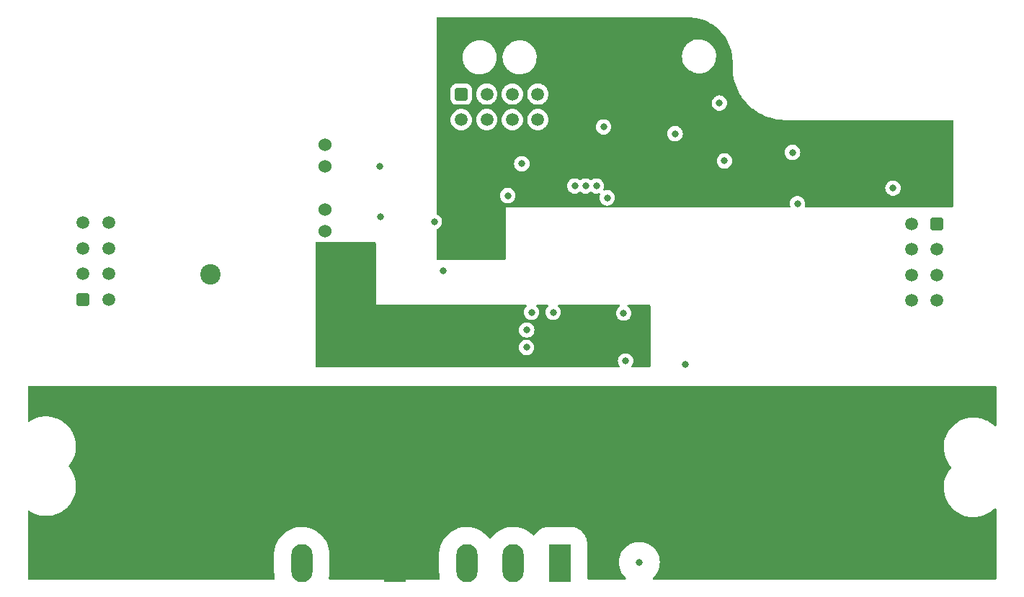
<source format=gbr>
%TF.GenerationSoftware,KiCad,Pcbnew,(6.0.1)*%
%TF.CreationDate,2023-02-17T13:15:31+03:00*%
%TF.ProjectId,_______ IGBT,14403039-3235-4402-9049-4742542e6b69,rev?*%
%TF.SameCoordinates,Original*%
%TF.FileFunction,Copper,L3,Inr*%
%TF.FilePolarity,Positive*%
%FSLAX46Y46*%
G04 Gerber Fmt 4.6, Leading zero omitted, Abs format (unit mm)*
G04 Created by KiCad (PCBNEW (6.0.1)) date 2023-02-17 13:15:31*
%MOMM*%
%LPD*%
G01*
G04 APERTURE LIST*
G04 Aperture macros list*
%AMRoundRect*
0 Rectangle with rounded corners*
0 $1 Rounding radius*
0 $2 $3 $4 $5 $6 $7 $8 $9 X,Y pos of 4 corners*
0 Add a 4 corners polygon primitive as box body*
4,1,4,$2,$3,$4,$5,$6,$7,$8,$9,$2,$3,0*
0 Add four circle primitives for the rounded corners*
1,1,$1+$1,$2,$3*
1,1,$1+$1,$4,$5*
1,1,$1+$1,$6,$7*
1,1,$1+$1,$8,$9*
0 Add four rect primitives between the rounded corners*
20,1,$1+$1,$2,$3,$4,$5,0*
20,1,$1+$1,$4,$5,$6,$7,0*
20,1,$1+$1,$6,$7,$8,$9,0*
20,1,$1+$1,$8,$9,$2,$3,0*%
G04 Aperture macros list end*
%TA.AperFunction,ComponentPad*%
%ADD10C,2.400000*%
%TD*%
%TA.AperFunction,ComponentPad*%
%ADD11R,2.500000X4.500000*%
%TD*%
%TA.AperFunction,ComponentPad*%
%ADD12O,2.500000X4.500000*%
%TD*%
%TA.AperFunction,ComponentPad*%
%ADD13RoundRect,0.250001X-0.499999X-0.499999X0.499999X-0.499999X0.499999X0.499999X-0.499999X0.499999X0*%
%TD*%
%TA.AperFunction,ComponentPad*%
%ADD14C,1.500000*%
%TD*%
%TA.AperFunction,ComponentPad*%
%ADD15RoundRect,0.250001X0.499999X-0.499999X0.499999X0.499999X-0.499999X0.499999X-0.499999X-0.499999X0*%
%TD*%
%TA.AperFunction,ComponentPad*%
%ADD16RoundRect,0.250001X-0.499999X0.499999X-0.499999X-0.499999X0.499999X-0.499999X0.499999X0.499999X0*%
%TD*%
%TA.AperFunction,ComponentPad*%
%ADD17C,1.524000*%
%TD*%
%TA.AperFunction,ViaPad*%
%ADD18C,0.800000*%
%TD*%
%TA.AperFunction,ViaPad*%
%ADD19C,2.400000*%
%TD*%
G04 APERTURE END LIST*
D10*
%TO.N,DC+*%
%TO.C,C1*%
X122020300Y-116728100D03*
%TO.N,DC-*%
X122020300Y-89228100D03*
%TD*%
D11*
%TO.N,G_IGBT*%
%TO.C,Q1*%
X163041300Y-123170000D03*
D12*
%TO.N,D_IGBT*%
X157591300Y-123170000D03*
%TO.N,DC-*%
X152141300Y-123170000D03*
%TD*%
D13*
%TO.N,+15V*%
%TO.C,J3*%
X151484300Y-68023600D03*
D14*
%TO.N,Measure*%
X154484300Y-68023600D03*
%TO.N,IN-*%
X157484300Y-68023600D03*
%TO.N,IN+*%
X160484300Y-68023600D03*
%TO.N,GNDA*%
X151484300Y-71023600D03*
%TO.N,RST*%
X154484300Y-71023600D03*
%TO.N,FLT*%
X157484300Y-71023600D03*
%TO.N,RDY*%
X160484300Y-71023600D03*
%TD*%
D15*
%TO.N,DC+*%
%TO.C,J1*%
X107034300Y-116283600D03*
D14*
X107034300Y-113283600D03*
X107034300Y-110283600D03*
X107034300Y-107283600D03*
X110034300Y-116283600D03*
X110034300Y-113283600D03*
X110034300Y-110283600D03*
X110034300Y-107283600D03*
%TD*%
D15*
%TO.N,DC-*%
%TO.C,J2*%
X107034300Y-92153600D03*
D14*
X107034300Y-89153600D03*
X107034300Y-86153600D03*
X107034300Y-83153600D03*
X110034300Y-92153600D03*
X110034300Y-89153600D03*
X110034300Y-86153600D03*
X110034300Y-83153600D03*
%TD*%
D16*
%TO.N,OUT-*%
%TO.C,J4*%
X207364300Y-83263600D03*
D14*
X207364300Y-86263600D03*
X207364300Y-89263600D03*
X207364300Y-92263600D03*
X204364300Y-83263600D03*
X204364300Y-86263600D03*
X204364300Y-89263600D03*
X204364300Y-92263600D03*
%TD*%
D16*
%TO.N,DC+*%
%TO.C,J5*%
X207364300Y-107393600D03*
D14*
X207364300Y-110393600D03*
X207364300Y-113393600D03*
X207364300Y-116393600D03*
X204364300Y-107393600D03*
X204364300Y-110393600D03*
X204364300Y-113393600D03*
X204364300Y-116393600D03*
%TD*%
D11*
%TO.N,DC+*%
%TO.C,D1*%
X143655000Y-123170000D03*
D12*
%TO.N,D_IGBT*%
X132755000Y-123170000D03*
%TD*%
D17*
%TO.N,+15V*%
%TO.C,D8*%
X135482300Y-73992600D03*
%TO.N,GNDA*%
X135482300Y-76532600D03*
%TO.N,DC-*%
X135482300Y-81612600D03*
%TO.N,N/C*%
X135482300Y-84152600D03*
%TO.N,+15V_H*%
X135482300Y-86692600D03*
%TD*%
D18*
%TO.N,Desat*%
X170788300Y-99392600D03*
%TO.N,Net-(R12-Pad2)*%
X182409300Y-75878600D03*
%TO.N,GNDA*%
X190409300Y-74878600D03*
%TO.N,+5V*%
X191809300Y-74878600D03*
%TO.N,GNDA*%
X202209300Y-79078600D03*
%TO.N,+5V*%
X184609300Y-80878600D03*
%TO.N,GNDA*%
X190984300Y-80903600D03*
%TO.N,+15V_H*%
X172756800Y-99456100D03*
X164819300Y-93550600D03*
%TO.N,+5V*%
X149374800Y-86424600D03*
X155675300Y-80850600D03*
X176609300Y-80478600D03*
%TO.N,RDY*%
X164819300Y-78818600D03*
%TO.N,D_IGBT*%
X172409300Y-123078600D03*
%TO.N,GNDA*%
X156945300Y-79961600D03*
X168629300Y-80215600D03*
X168209300Y-71878600D03*
X176609300Y-72678600D03*
X181809300Y-69078600D03*
X141922800Y-76496100D03*
X148323300Y-83023600D03*
%TO.N,IN-*%
X166089300Y-78818600D03*
%TO.N,IN+*%
X167359300Y-78818600D03*
%TO.N,DC-*%
X162279300Y-93677600D03*
X141995800Y-82411100D03*
X170558800Y-93780100D03*
X159739300Y-93677600D03*
%TO.N,Desat*%
X159176800Y-95764100D03*
D19*
%TO.N,DC+*%
X138530300Y-116029600D03*
D18*
%TO.N,+3V3*%
X149388800Y-88788100D03*
X158596300Y-76215100D03*
%TO.N,Net-(R4-Pad2)*%
X159158800Y-97814100D03*
X177836800Y-99837100D03*
%TD*%
%TA.AperFunction,Conductor*%
%TO.N,+15V_H*%
G36*
X141393421Y-85442602D02*
G01*
X141439914Y-85496258D01*
X141451300Y-85548600D01*
X141451300Y-92788600D01*
X159046236Y-92788600D01*
X159114357Y-92808602D01*
X159160850Y-92862258D01*
X159170954Y-92932532D01*
X159141460Y-92997112D01*
X159135429Y-93003259D01*
X159133429Y-93004712D01*
X159129015Y-93009614D01*
X159129013Y-93009616D01*
X159011186Y-93140476D01*
X159006767Y-93145384D01*
X158912121Y-93309316D01*
X158853626Y-93489344D01*
X158833840Y-93677600D01*
X158853626Y-93865856D01*
X158912121Y-94045884D01*
X159006767Y-94209816D01*
X159011185Y-94214723D01*
X159011186Y-94214724D01*
X159099059Y-94312316D01*
X159133429Y-94350488D01*
X159138768Y-94354367D01*
X159279848Y-94456867D01*
X159286570Y-94461751D01*
X159459497Y-94538744D01*
X159557512Y-94559578D01*
X159638197Y-94576728D01*
X159638201Y-94576728D01*
X159644654Y-94578100D01*
X159833946Y-94578100D01*
X159840399Y-94576728D01*
X159840403Y-94576728D01*
X159921088Y-94559578D01*
X160019103Y-94538744D01*
X160192030Y-94461751D01*
X160198753Y-94456867D01*
X160339832Y-94354367D01*
X160345171Y-94350488D01*
X160379542Y-94312316D01*
X160467414Y-94214724D01*
X160467415Y-94214723D01*
X160471833Y-94209816D01*
X160566479Y-94045884D01*
X160624974Y-93865856D01*
X160644760Y-93677600D01*
X160624974Y-93489344D01*
X160566479Y-93309316D01*
X160471833Y-93145384D01*
X160467414Y-93140476D01*
X160349587Y-93009616D01*
X160349585Y-93009614D01*
X160345171Y-93004712D01*
X160345629Y-93004299D01*
X160310815Y-92947793D01*
X160312165Y-92876810D01*
X160351677Y-92817824D01*
X160416807Y-92789564D01*
X160432364Y-92788600D01*
X161586236Y-92788600D01*
X161654357Y-92808602D01*
X161700850Y-92862258D01*
X161710954Y-92932532D01*
X161681460Y-92997112D01*
X161675429Y-93003259D01*
X161673429Y-93004712D01*
X161669015Y-93009614D01*
X161669013Y-93009616D01*
X161551186Y-93140476D01*
X161546767Y-93145384D01*
X161452121Y-93309316D01*
X161393626Y-93489344D01*
X161373840Y-93677600D01*
X161393626Y-93865856D01*
X161452121Y-94045884D01*
X161546767Y-94209816D01*
X161551185Y-94214723D01*
X161551186Y-94214724D01*
X161639059Y-94312316D01*
X161673429Y-94350488D01*
X161678768Y-94354367D01*
X161819848Y-94456867D01*
X161826570Y-94461751D01*
X161999497Y-94538744D01*
X162097512Y-94559578D01*
X162178197Y-94576728D01*
X162178201Y-94576728D01*
X162184654Y-94578100D01*
X162373946Y-94578100D01*
X162380399Y-94576728D01*
X162380403Y-94576728D01*
X162461088Y-94559578D01*
X162559103Y-94538744D01*
X162732030Y-94461751D01*
X162738753Y-94456867D01*
X162879832Y-94354367D01*
X162885171Y-94350488D01*
X162919542Y-94312316D01*
X163007414Y-94214724D01*
X163007415Y-94214723D01*
X163011833Y-94209816D01*
X163106479Y-94045884D01*
X163164974Y-93865856D01*
X163184760Y-93677600D01*
X163164974Y-93489344D01*
X163106479Y-93309316D01*
X163011833Y-93145384D01*
X163007414Y-93140476D01*
X162889587Y-93009616D01*
X162889585Y-93009614D01*
X162885171Y-93004712D01*
X162885629Y-93004299D01*
X162850815Y-92947793D01*
X162852165Y-92876810D01*
X162891677Y-92817824D01*
X162956807Y-92789564D01*
X162972364Y-92788600D01*
X170003673Y-92788600D01*
X170071794Y-92808602D01*
X170118287Y-92862258D01*
X170128391Y-92932532D01*
X170098897Y-92997112D01*
X170077734Y-93016536D01*
X169952929Y-93107212D01*
X169948516Y-93112114D01*
X169948514Y-93112115D01*
X169913407Y-93151105D01*
X169826267Y-93247884D01*
X169731621Y-93411816D01*
X169673126Y-93591844D01*
X169653340Y-93780100D01*
X169673126Y-93968356D01*
X169731621Y-94148384D01*
X169826267Y-94312316D01*
X169830685Y-94317223D01*
X169830686Y-94317224D01*
X169856223Y-94345585D01*
X169952929Y-94452988D01*
X170106070Y-94564251D01*
X170278997Y-94641244D01*
X170377012Y-94662078D01*
X170457697Y-94679228D01*
X170457701Y-94679228D01*
X170464154Y-94680600D01*
X170653446Y-94680600D01*
X170659899Y-94679228D01*
X170659903Y-94679228D01*
X170740588Y-94662078D01*
X170838603Y-94641244D01*
X171011530Y-94564251D01*
X171164671Y-94452988D01*
X171261378Y-94345585D01*
X171286914Y-94317224D01*
X171286915Y-94317223D01*
X171291333Y-94312316D01*
X171385979Y-94148384D01*
X171444474Y-93968356D01*
X171464260Y-93780100D01*
X171444474Y-93591844D01*
X171385979Y-93411816D01*
X171291333Y-93247884D01*
X171204193Y-93151105D01*
X171169086Y-93112115D01*
X171169084Y-93112114D01*
X171164671Y-93107212D01*
X171039866Y-93016536D01*
X170996512Y-92960314D01*
X170990437Y-92889578D01*
X171023568Y-92826786D01*
X171085388Y-92791875D01*
X171113927Y-92788600D01*
X173583300Y-92788600D01*
X173651421Y-92808602D01*
X173697914Y-92862258D01*
X173709300Y-92914600D01*
X173709300Y-100028600D01*
X173689298Y-100096721D01*
X173635642Y-100143214D01*
X173583300Y-100154600D01*
X171596935Y-100154600D01*
X171528814Y-100134598D01*
X171482321Y-100080942D01*
X171472217Y-100010668D01*
X171503300Y-99944288D01*
X171516414Y-99929724D01*
X171516415Y-99929723D01*
X171520833Y-99924816D01*
X171615479Y-99760884D01*
X171673974Y-99580856D01*
X171693760Y-99392600D01*
X171673974Y-99204344D01*
X171615479Y-99024316D01*
X171520833Y-98860384D01*
X171394171Y-98719712D01*
X171241030Y-98608449D01*
X171068103Y-98531456D01*
X170970088Y-98510622D01*
X170889403Y-98493472D01*
X170889399Y-98493472D01*
X170882946Y-98492100D01*
X170693654Y-98492100D01*
X170687201Y-98493472D01*
X170687197Y-98493472D01*
X170606512Y-98510622D01*
X170508497Y-98531456D01*
X170335570Y-98608449D01*
X170182429Y-98719712D01*
X170055767Y-98860384D01*
X169961121Y-99024316D01*
X169902626Y-99204344D01*
X169882840Y-99392600D01*
X169902626Y-99580856D01*
X169961121Y-99760884D01*
X170055767Y-99924816D01*
X170060185Y-99929723D01*
X170060186Y-99929724D01*
X170073300Y-99944288D01*
X170104018Y-100008296D01*
X170095255Y-100078749D01*
X170049793Y-100133281D01*
X169979665Y-100154600D01*
X134465300Y-100154600D01*
X134397179Y-100134598D01*
X134350686Y-100080942D01*
X134339300Y-100028600D01*
X134339300Y-97814100D01*
X158253340Y-97814100D01*
X158273126Y-98002356D01*
X158331621Y-98182384D01*
X158426267Y-98346316D01*
X158552929Y-98486988D01*
X158706070Y-98598251D01*
X158878997Y-98675244D01*
X158977012Y-98696078D01*
X159057697Y-98713228D01*
X159057701Y-98713228D01*
X159064154Y-98714600D01*
X159253446Y-98714600D01*
X159259899Y-98713228D01*
X159259903Y-98713228D01*
X159340588Y-98696078D01*
X159438603Y-98675244D01*
X159611530Y-98598251D01*
X159764671Y-98486988D01*
X159891333Y-98346316D01*
X159985979Y-98182384D01*
X160044474Y-98002356D01*
X160064260Y-97814100D01*
X160044474Y-97625844D01*
X159985979Y-97445816D01*
X159891333Y-97281884D01*
X159764671Y-97141212D01*
X159611530Y-97029949D01*
X159438603Y-96952956D01*
X159253446Y-96913600D01*
X159253916Y-96911390D01*
X159197900Y-96888349D01*
X159166597Y-96843499D01*
X159144965Y-96880162D01*
X159081556Y-96912097D01*
X159072050Y-96913464D01*
X159070756Y-96913600D01*
X159064154Y-96913600D01*
X158878997Y-96952956D01*
X158706070Y-97029949D01*
X158552929Y-97141212D01*
X158426267Y-97281884D01*
X158331621Y-97445816D01*
X158273126Y-97625844D01*
X158253340Y-97814100D01*
X134339300Y-97814100D01*
X134339300Y-95764100D01*
X158271340Y-95764100D01*
X158291126Y-95952356D01*
X158349621Y-96132384D01*
X158444267Y-96296316D01*
X158570929Y-96436988D01*
X158724070Y-96548251D01*
X158896997Y-96625244D01*
X159082154Y-96664600D01*
X159081684Y-96666810D01*
X159137700Y-96689851D01*
X159169003Y-96734701D01*
X159190635Y-96698038D01*
X159254044Y-96666103D01*
X159263550Y-96664736D01*
X159264844Y-96664600D01*
X159271446Y-96664600D01*
X159456603Y-96625244D01*
X159629530Y-96548251D01*
X159782671Y-96436988D01*
X159909333Y-96296316D01*
X160003979Y-96132384D01*
X160062474Y-95952356D01*
X160082260Y-95764100D01*
X160062474Y-95575844D01*
X160003979Y-95395816D01*
X159909333Y-95231884D01*
X159782671Y-95091212D01*
X159629530Y-94979949D01*
X159456603Y-94902956D01*
X159358588Y-94882122D01*
X159277903Y-94864972D01*
X159277899Y-94864972D01*
X159271446Y-94863600D01*
X159082154Y-94863600D01*
X159075701Y-94864972D01*
X159075697Y-94864972D01*
X158995012Y-94882122D01*
X158896997Y-94902956D01*
X158724070Y-94979949D01*
X158570929Y-95091212D01*
X158444267Y-95231884D01*
X158349621Y-95395816D01*
X158291126Y-95575844D01*
X158271340Y-95764100D01*
X134339300Y-95764100D01*
X134339300Y-85548600D01*
X134359302Y-85480479D01*
X134412958Y-85433986D01*
X134465300Y-85422600D01*
X141325300Y-85422600D01*
X141393421Y-85442602D01*
G37*
%TD.AperFunction*%
%TD*%
%TA.AperFunction,Conductor*%
%TO.N,+5V*%
G36*
X178124981Y-59000100D02*
G01*
X178139257Y-59002323D01*
X178139259Y-59002323D01*
X178148129Y-59003704D01*
X178157032Y-59002540D01*
X178157033Y-59002540D01*
X178168536Y-59001036D01*
X178190077Y-59000080D01*
X178392907Y-59008469D01*
X178579745Y-59016197D01*
X178590123Y-59017057D01*
X178851144Y-59049593D01*
X179007492Y-59069082D01*
X179017756Y-59070794D01*
X179128481Y-59094011D01*
X179429402Y-59157108D01*
X179439497Y-59159664D01*
X179842618Y-59279678D01*
X179852460Y-59283056D01*
X180244312Y-59435958D01*
X180253811Y-59440125D01*
X180631683Y-59624856D01*
X180640841Y-59629812D01*
X181002153Y-59845107D01*
X181010872Y-59850803D01*
X181353175Y-60095203D01*
X181361393Y-60101599D01*
X181682357Y-60373441D01*
X181690018Y-60380495D01*
X181987405Y-60677882D01*
X181994459Y-60685543D01*
X182266301Y-61006507D01*
X182272697Y-61014725D01*
X182517097Y-61357028D01*
X182522793Y-61365747D01*
X182723812Y-61703100D01*
X182738088Y-61727059D01*
X182743043Y-61736215D01*
X182920111Y-62098411D01*
X182927771Y-62114080D01*
X182931942Y-62123588D01*
X183071545Y-62481358D01*
X183084841Y-62515432D01*
X183088222Y-62525282D01*
X183208236Y-62928403D01*
X183210792Y-62938498D01*
X183261167Y-63178746D01*
X183291386Y-63322863D01*
X183297105Y-63350140D01*
X183298819Y-63360412D01*
X183350843Y-63777777D01*
X183351703Y-63788155D01*
X183367249Y-64163995D01*
X183367516Y-64170458D01*
X183366123Y-64195051D01*
X183364196Y-64207429D01*
X183365360Y-64216331D01*
X183365360Y-64216334D01*
X183368236Y-64238325D01*
X183369300Y-64254662D01*
X183369300Y-64796066D01*
X183367554Y-64816970D01*
X183364309Y-64836258D01*
X183364158Y-64848600D01*
X183364846Y-64853409D01*
X183365163Y-64858273D01*
X183365080Y-64858278D01*
X183365478Y-64862700D01*
X183382342Y-65313373D01*
X183382606Y-65315716D01*
X183424582Y-65688263D01*
X183434416Y-65775546D01*
X183434857Y-65777876D01*
X183501257Y-66128807D01*
X183520883Y-66232535D01*
X183641259Y-66681785D01*
X183794872Y-67120783D01*
X183980860Y-67547074D01*
X183981967Y-67549168D01*
X184197084Y-67956190D01*
X184197091Y-67956202D01*
X184198186Y-67958274D01*
X184199433Y-67960258D01*
X184199439Y-67960269D01*
X184411857Y-68298330D01*
X184445633Y-68352084D01*
X184721817Y-68726300D01*
X185025195Y-69078831D01*
X185354069Y-69407705D01*
X185706600Y-69711083D01*
X185811926Y-69788817D01*
X186016425Y-69939744D01*
X186080816Y-69987267D01*
X186082809Y-69988519D01*
X186082813Y-69988522D01*
X186472631Y-70233461D01*
X186472642Y-70233467D01*
X186474626Y-70234714D01*
X186476698Y-70235809D01*
X186476710Y-70235816D01*
X186706636Y-70357335D01*
X186885826Y-70452040D01*
X187312117Y-70638028D01*
X187751115Y-70791641D01*
X187753386Y-70792249D01*
X187753394Y-70792252D01*
X188064173Y-70875524D01*
X188200365Y-70912017D01*
X188202676Y-70912454D01*
X188202688Y-70912457D01*
X188549622Y-70978100D01*
X188657354Y-70998484D01*
X188659694Y-70998748D01*
X188659703Y-70998749D01*
X188880266Y-71023600D01*
X189119527Y-71050558D01*
X189385090Y-71060495D01*
X189555366Y-71066866D01*
X189562289Y-71067574D01*
X189562309Y-71067348D01*
X189567158Y-71067783D01*
X189571958Y-71068591D01*
X189576819Y-71068650D01*
X189576825Y-71068651D01*
X189579441Y-71068683D01*
X189579447Y-71068683D01*
X189584300Y-71068742D01*
X189611316Y-71064873D01*
X189629178Y-71063600D01*
X209154300Y-71063600D01*
X209222421Y-71083602D01*
X209268914Y-71137258D01*
X209280300Y-71189600D01*
X209280300Y-81232600D01*
X209260298Y-81300721D01*
X209206642Y-81347214D01*
X209154300Y-81358600D01*
X191956727Y-81358600D01*
X191888606Y-81338598D01*
X191842113Y-81284942D01*
X191832009Y-81214668D01*
X191836892Y-81193671D01*
X191869974Y-81091856D01*
X191871563Y-81076744D01*
X191889070Y-80910165D01*
X191889760Y-80903600D01*
X191869974Y-80715344D01*
X191811479Y-80535316D01*
X191716833Y-80371384D01*
X191590171Y-80230712D01*
X191437030Y-80119449D01*
X191264103Y-80042456D01*
X191163470Y-80021066D01*
X191085403Y-80004472D01*
X191085399Y-80004472D01*
X191078946Y-80003100D01*
X190889654Y-80003100D01*
X190883201Y-80004472D01*
X190883197Y-80004472D01*
X190805130Y-80021066D01*
X190704497Y-80042456D01*
X190531570Y-80119449D01*
X190378429Y-80230712D01*
X190251767Y-80371384D01*
X190157121Y-80535316D01*
X190098626Y-80715344D01*
X190078840Y-80903600D01*
X190079530Y-80910165D01*
X190097038Y-81076744D01*
X190098626Y-81091856D01*
X190131706Y-81193665D01*
X190133734Y-81264631D01*
X190097072Y-81325429D01*
X190033359Y-81356754D01*
X190011873Y-81358600D01*
X168781885Y-81358600D01*
X168713764Y-81338598D01*
X168667271Y-81284942D01*
X168657167Y-81214668D01*
X168686661Y-81150088D01*
X168746387Y-81111704D01*
X168755688Y-81109353D01*
X168909103Y-81076744D01*
X169082030Y-80999751D01*
X169235171Y-80888488D01*
X169260167Y-80860728D01*
X169357414Y-80752724D01*
X169357415Y-80752723D01*
X169361833Y-80747816D01*
X169456479Y-80583884D01*
X169514974Y-80403856D01*
X169534760Y-80215600D01*
X169516845Y-80045145D01*
X169515664Y-80033907D01*
X169515664Y-80033905D01*
X169514974Y-80027344D01*
X169456479Y-79847316D01*
X169417561Y-79779907D01*
X169365136Y-79689105D01*
X169361833Y-79683384D01*
X169357414Y-79678476D01*
X169239586Y-79547615D01*
X169239584Y-79547614D01*
X169235171Y-79542712D01*
X169157919Y-79486585D01*
X169087372Y-79435330D01*
X169087371Y-79435329D01*
X169082030Y-79431449D01*
X168909103Y-79354456D01*
X168811088Y-79333622D01*
X168730403Y-79316472D01*
X168730399Y-79316472D01*
X168723946Y-79315100D01*
X168534654Y-79315100D01*
X168528201Y-79316472D01*
X168528197Y-79316472D01*
X168355950Y-79353084D01*
X168355947Y-79353085D01*
X168349497Y-79354456D01*
X168343466Y-79357141D01*
X168339574Y-79358406D01*
X168268607Y-79360437D01*
X168207807Y-79323777D01*
X168176479Y-79260066D01*
X168185335Y-79188865D01*
X168186479Y-79186884D01*
X168190418Y-79174763D01*
X168221663Y-79078600D01*
X201303840Y-79078600D01*
X201323626Y-79266856D01*
X201382121Y-79446884D01*
X201476767Y-79610816D01*
X201481185Y-79615723D01*
X201481186Y-79615724D01*
X201574267Y-79719100D01*
X201603429Y-79751488D01*
X201608768Y-79755367D01*
X201743971Y-79853597D01*
X201756570Y-79862751D01*
X201929497Y-79939744D01*
X202027512Y-79960578D01*
X202108197Y-79977728D01*
X202108201Y-79977728D01*
X202114654Y-79979100D01*
X202303946Y-79979100D01*
X202310399Y-79977728D01*
X202310403Y-79977728D01*
X202391088Y-79960578D01*
X202489103Y-79939744D01*
X202662030Y-79862751D01*
X202674630Y-79853597D01*
X202809832Y-79755367D01*
X202815171Y-79751488D01*
X202844334Y-79719100D01*
X202937414Y-79615724D01*
X202937415Y-79615723D01*
X202941833Y-79610816D01*
X203036479Y-79446884D01*
X203094974Y-79266856D01*
X203114760Y-79078600D01*
X203094974Y-78890344D01*
X203036479Y-78710316D01*
X202941833Y-78546384D01*
X202815171Y-78405712D01*
X202662030Y-78294449D01*
X202489103Y-78217456D01*
X202391088Y-78196622D01*
X202310403Y-78179472D01*
X202310399Y-78179472D01*
X202303946Y-78178100D01*
X202114654Y-78178100D01*
X202108201Y-78179472D01*
X202108197Y-78179472D01*
X202027512Y-78196622D01*
X201929497Y-78217456D01*
X201756570Y-78294449D01*
X201603429Y-78405712D01*
X201476767Y-78546384D01*
X201382121Y-78710316D01*
X201323626Y-78890344D01*
X201303840Y-79078600D01*
X168221663Y-79078600D01*
X168242934Y-79013134D01*
X168244974Y-79006856D01*
X168264760Y-78818600D01*
X168244974Y-78630344D01*
X168186479Y-78450316D01*
X168091833Y-78286384D01*
X167995569Y-78179472D01*
X167969586Y-78150615D01*
X167969584Y-78150614D01*
X167965171Y-78145712D01*
X167812030Y-78034449D01*
X167639103Y-77957456D01*
X167541088Y-77936622D01*
X167460403Y-77919472D01*
X167460399Y-77919472D01*
X167453946Y-77918100D01*
X167264654Y-77918100D01*
X167258201Y-77919472D01*
X167258197Y-77919472D01*
X167177512Y-77936622D01*
X167079497Y-77957456D01*
X166906570Y-78034449D01*
X166901229Y-78038329D01*
X166901228Y-78038330D01*
X166798361Y-78113067D01*
X166731493Y-78136926D01*
X166662341Y-78120845D01*
X166650239Y-78113067D01*
X166547372Y-78038330D01*
X166547371Y-78038329D01*
X166542030Y-78034449D01*
X166369103Y-77957456D01*
X166271088Y-77936622D01*
X166190403Y-77919472D01*
X166190399Y-77919472D01*
X166183946Y-77918100D01*
X165994654Y-77918100D01*
X165988201Y-77919472D01*
X165988197Y-77919472D01*
X165907512Y-77936622D01*
X165809497Y-77957456D01*
X165636570Y-78034449D01*
X165631229Y-78038329D01*
X165631228Y-78038330D01*
X165528361Y-78113067D01*
X165461493Y-78136926D01*
X165392341Y-78120845D01*
X165380239Y-78113067D01*
X165277372Y-78038330D01*
X165277371Y-78038329D01*
X165272030Y-78034449D01*
X165099103Y-77957456D01*
X165001088Y-77936622D01*
X164920403Y-77919472D01*
X164920399Y-77919472D01*
X164913946Y-77918100D01*
X164724654Y-77918100D01*
X164718201Y-77919472D01*
X164718197Y-77919472D01*
X164637512Y-77936622D01*
X164539497Y-77957456D01*
X164366570Y-78034449D01*
X164213429Y-78145712D01*
X164209016Y-78150614D01*
X164209014Y-78150615D01*
X164183031Y-78179472D01*
X164086767Y-78286384D01*
X163992121Y-78450316D01*
X163933626Y-78630344D01*
X163913840Y-78818600D01*
X163933626Y-79006856D01*
X163992121Y-79186884D01*
X163995424Y-79192606D01*
X163995425Y-79192607D01*
X164034504Y-79260293D01*
X164086767Y-79350816D01*
X164091185Y-79355723D01*
X164091186Y-79355724D01*
X164092466Y-79357145D01*
X164213429Y-79491488D01*
X164366570Y-79602751D01*
X164539497Y-79679744D01*
X164637512Y-79700578D01*
X164718197Y-79717728D01*
X164718201Y-79717728D01*
X164724654Y-79719100D01*
X164913946Y-79719100D01*
X164920399Y-79717728D01*
X164920403Y-79717728D01*
X165001088Y-79700578D01*
X165099103Y-79679744D01*
X165272030Y-79602751D01*
X165292894Y-79587593D01*
X165380239Y-79524133D01*
X165447107Y-79500274D01*
X165516259Y-79516355D01*
X165528361Y-79524133D01*
X165615707Y-79587593D01*
X165636570Y-79602751D01*
X165809497Y-79679744D01*
X165907512Y-79700578D01*
X165988197Y-79717728D01*
X165988201Y-79717728D01*
X165994654Y-79719100D01*
X166183946Y-79719100D01*
X166190399Y-79717728D01*
X166190403Y-79717728D01*
X166271088Y-79700578D01*
X166369103Y-79679744D01*
X166542030Y-79602751D01*
X166562894Y-79587593D01*
X166650239Y-79524133D01*
X166717107Y-79500274D01*
X166786259Y-79516355D01*
X166798361Y-79524133D01*
X166885707Y-79587593D01*
X166906570Y-79602751D01*
X167079497Y-79679744D01*
X167177512Y-79700578D01*
X167258197Y-79717728D01*
X167258201Y-79717728D01*
X167264654Y-79719100D01*
X167453946Y-79719100D01*
X167460399Y-79717728D01*
X167460403Y-79717728D01*
X167632650Y-79681116D01*
X167632653Y-79681115D01*
X167639103Y-79679744D01*
X167645134Y-79677059D01*
X167649026Y-79675794D01*
X167719993Y-79673763D01*
X167780793Y-79710423D01*
X167812121Y-79774134D01*
X167803265Y-79845335D01*
X167802121Y-79847316D01*
X167743626Y-80027344D01*
X167742936Y-80033905D01*
X167742936Y-80033907D01*
X167741755Y-80045145D01*
X167723840Y-80215600D01*
X167743626Y-80403856D01*
X167802121Y-80583884D01*
X167896767Y-80747816D01*
X167901185Y-80752723D01*
X167901186Y-80752724D01*
X167998434Y-80860728D01*
X168023429Y-80888488D01*
X168176570Y-80999751D01*
X168349497Y-81076744D01*
X168502912Y-81109353D01*
X168565385Y-81143081D01*
X168599707Y-81205231D01*
X168594979Y-81276070D01*
X168552703Y-81333107D01*
X168486302Y-81358235D01*
X168476715Y-81358600D01*
X156691300Y-81358600D01*
X156691300Y-87392100D01*
X156671298Y-87460221D01*
X156617642Y-87506714D01*
X156565300Y-87518100D01*
X148689300Y-87518100D01*
X148621179Y-87498098D01*
X148574686Y-87444442D01*
X148563300Y-87392100D01*
X148563300Y-83984290D01*
X148583302Y-83916169D01*
X148638051Y-83869184D01*
X148647507Y-83864974D01*
X148776030Y-83807751D01*
X148929171Y-83696488D01*
X149055833Y-83555816D01*
X149123855Y-83437999D01*
X149147175Y-83397607D01*
X149147176Y-83397606D01*
X149150479Y-83391884D01*
X149208974Y-83211856D01*
X149228760Y-83023600D01*
X149208974Y-82835344D01*
X149150479Y-82655316D01*
X149055833Y-82491384D01*
X148929171Y-82350712D01*
X148776030Y-82239449D01*
X148638051Y-82178016D01*
X148583955Y-82132036D01*
X148563300Y-82062910D01*
X148563300Y-79961600D01*
X156039840Y-79961600D01*
X156059626Y-80149856D01*
X156118121Y-80329884D01*
X156121424Y-80335606D01*
X156121425Y-80335607D01*
X156160829Y-80403856D01*
X156212767Y-80493816D01*
X156339429Y-80634488D01*
X156492570Y-80745751D01*
X156665497Y-80822744D01*
X156763512Y-80843578D01*
X156844197Y-80860728D01*
X156844201Y-80860728D01*
X156850654Y-80862100D01*
X157039946Y-80862100D01*
X157046399Y-80860728D01*
X157046403Y-80860728D01*
X157127088Y-80843578D01*
X157225103Y-80822744D01*
X157398030Y-80745751D01*
X157551171Y-80634488D01*
X157677833Y-80493816D01*
X157729771Y-80403856D01*
X157769175Y-80335607D01*
X157769176Y-80335606D01*
X157772479Y-80329884D01*
X157830974Y-80149856D01*
X157850760Y-79961600D01*
X157830974Y-79773344D01*
X157772479Y-79593316D01*
X157677833Y-79429384D01*
X157611509Y-79355724D01*
X157555586Y-79293615D01*
X157555584Y-79293614D01*
X157551171Y-79288712D01*
X157521089Y-79266856D01*
X157403372Y-79181330D01*
X157403371Y-79181329D01*
X157398030Y-79177449D01*
X157225103Y-79100456D01*
X157122278Y-79078600D01*
X157046403Y-79062472D01*
X157046399Y-79062472D01*
X157039946Y-79061100D01*
X156850654Y-79061100D01*
X156844201Y-79062472D01*
X156844197Y-79062472D01*
X156768322Y-79078600D01*
X156665497Y-79100456D01*
X156492570Y-79177449D01*
X156487229Y-79181329D01*
X156487228Y-79181330D01*
X156369511Y-79266856D01*
X156339429Y-79288712D01*
X156335016Y-79293614D01*
X156335014Y-79293615D01*
X156279091Y-79355724D01*
X156212767Y-79429384D01*
X156118121Y-79593316D01*
X156059626Y-79773344D01*
X156039840Y-79961600D01*
X148563300Y-79961600D01*
X148563300Y-76215100D01*
X157690840Y-76215100D01*
X157710626Y-76403356D01*
X157769121Y-76583384D01*
X157863767Y-76747316D01*
X157868185Y-76752223D01*
X157868186Y-76752224D01*
X157892386Y-76779100D01*
X157990429Y-76887988D01*
X158143570Y-76999251D01*
X158316497Y-77076244D01*
X158414512Y-77097078D01*
X158495197Y-77114228D01*
X158495201Y-77114228D01*
X158501654Y-77115600D01*
X158690946Y-77115600D01*
X158697399Y-77114228D01*
X158697403Y-77114228D01*
X158778088Y-77097078D01*
X158876103Y-77076244D01*
X159049030Y-76999251D01*
X159202171Y-76887988D01*
X159300215Y-76779100D01*
X159324414Y-76752224D01*
X159324415Y-76752223D01*
X159328833Y-76747316D01*
X159423479Y-76583384D01*
X159481974Y-76403356D01*
X159501760Y-76215100D01*
X159481974Y-76026844D01*
X159433806Y-75878600D01*
X181503840Y-75878600D01*
X181523626Y-76066856D01*
X181582121Y-76246884D01*
X181676767Y-76410816D01*
X181803429Y-76551488D01*
X181956570Y-76662751D01*
X182129497Y-76739744D01*
X182227512Y-76760578D01*
X182308197Y-76777728D01*
X182308201Y-76777728D01*
X182314654Y-76779100D01*
X182503946Y-76779100D01*
X182510399Y-76777728D01*
X182510403Y-76777728D01*
X182591088Y-76760578D01*
X182689103Y-76739744D01*
X182862030Y-76662751D01*
X183015171Y-76551488D01*
X183141833Y-76410816D01*
X183236479Y-76246884D01*
X183294974Y-76066856D01*
X183314760Y-75878600D01*
X183310818Y-75841093D01*
X183295664Y-75696907D01*
X183295664Y-75696905D01*
X183294974Y-75690344D01*
X183236479Y-75510316D01*
X183141833Y-75346384D01*
X183114450Y-75315972D01*
X183019586Y-75210615D01*
X183019584Y-75210614D01*
X183015171Y-75205712D01*
X182862030Y-75094449D01*
X182689103Y-75017456D01*
X182591088Y-74996622D01*
X182510403Y-74979472D01*
X182510399Y-74979472D01*
X182503946Y-74978100D01*
X182314654Y-74978100D01*
X182308201Y-74979472D01*
X182308197Y-74979472D01*
X182227512Y-74996622D01*
X182129497Y-75017456D01*
X181956570Y-75094449D01*
X181803429Y-75205712D01*
X181799016Y-75210614D01*
X181799014Y-75210615D01*
X181704150Y-75315972D01*
X181676767Y-75346384D01*
X181582121Y-75510316D01*
X181523626Y-75690344D01*
X181522936Y-75696905D01*
X181522936Y-75696907D01*
X181507782Y-75841093D01*
X181503840Y-75878600D01*
X159433806Y-75878600D01*
X159423479Y-75846816D01*
X159328833Y-75682884D01*
X159202171Y-75542212D01*
X159049030Y-75430949D01*
X158876103Y-75353956D01*
X158778088Y-75333122D01*
X158697403Y-75315972D01*
X158697399Y-75315972D01*
X158690946Y-75314600D01*
X158501654Y-75314600D01*
X158495201Y-75315972D01*
X158495197Y-75315972D01*
X158414512Y-75333122D01*
X158316497Y-75353956D01*
X158143570Y-75430949D01*
X157990429Y-75542212D01*
X157863767Y-75682884D01*
X157769121Y-75846816D01*
X157710626Y-76026844D01*
X157690840Y-76215100D01*
X148563300Y-76215100D01*
X148563300Y-74878600D01*
X189503840Y-74878600D01*
X189504530Y-74885165D01*
X189518717Y-75020145D01*
X189523626Y-75066856D01*
X189582121Y-75246884D01*
X189676767Y-75410816D01*
X189681185Y-75415723D01*
X189681186Y-75415724D01*
X189772017Y-75516601D01*
X189803429Y-75551488D01*
X189956570Y-75662751D01*
X190129497Y-75739744D01*
X190227512Y-75760578D01*
X190308197Y-75777728D01*
X190308201Y-75777728D01*
X190314654Y-75779100D01*
X190503946Y-75779100D01*
X190510399Y-75777728D01*
X190510403Y-75777728D01*
X190591088Y-75760578D01*
X190689103Y-75739744D01*
X190862030Y-75662751D01*
X191015171Y-75551488D01*
X191046584Y-75516601D01*
X191137414Y-75415724D01*
X191137415Y-75415723D01*
X191141833Y-75410816D01*
X191236479Y-75246884D01*
X191294974Y-75066856D01*
X191299884Y-75020145D01*
X191314070Y-74885165D01*
X191314760Y-74878600D01*
X191294974Y-74690344D01*
X191236479Y-74510316D01*
X191141833Y-74346384D01*
X191015171Y-74205712D01*
X190862030Y-74094449D01*
X190689103Y-74017456D01*
X190591088Y-73996622D01*
X190510403Y-73979472D01*
X190510399Y-73979472D01*
X190503946Y-73978100D01*
X190314654Y-73978100D01*
X190308201Y-73979472D01*
X190308197Y-73979472D01*
X190227512Y-73996622D01*
X190129497Y-74017456D01*
X189956570Y-74094449D01*
X189803429Y-74205712D01*
X189676767Y-74346384D01*
X189582121Y-74510316D01*
X189523626Y-74690344D01*
X189503840Y-74878600D01*
X148563300Y-74878600D01*
X148563300Y-71023600D01*
X150229023Y-71023600D01*
X150248093Y-71241577D01*
X150304725Y-71452930D01*
X150307047Y-71457910D01*
X150307048Y-71457912D01*
X150331485Y-71510316D01*
X150397198Y-71651238D01*
X150522702Y-71830477D01*
X150677423Y-71985198D01*
X150681931Y-71988355D01*
X150681934Y-71988357D01*
X150803008Y-72073134D01*
X150856661Y-72110702D01*
X150861643Y-72113025D01*
X150861648Y-72113028D01*
X151049988Y-72200852D01*
X151054970Y-72203175D01*
X151060278Y-72204597D01*
X151060280Y-72204598D01*
X151126045Y-72222220D01*
X151266323Y-72259807D01*
X151484300Y-72278877D01*
X151702277Y-72259807D01*
X151842555Y-72222220D01*
X151908320Y-72204598D01*
X151908322Y-72204597D01*
X151913630Y-72203175D01*
X151918612Y-72200852D01*
X152106952Y-72113028D01*
X152106957Y-72113025D01*
X152111939Y-72110702D01*
X152165592Y-72073134D01*
X152286666Y-71988357D01*
X152286669Y-71988355D01*
X152291177Y-71985198D01*
X152445898Y-71830477D01*
X152571402Y-71651238D01*
X152637116Y-71510316D01*
X152661552Y-71457912D01*
X152661553Y-71457910D01*
X152663875Y-71452930D01*
X152720507Y-71241577D01*
X152739577Y-71023600D01*
X153229023Y-71023600D01*
X153248093Y-71241577D01*
X153304725Y-71452930D01*
X153307047Y-71457910D01*
X153307048Y-71457912D01*
X153331485Y-71510316D01*
X153397198Y-71651238D01*
X153522702Y-71830477D01*
X153677423Y-71985198D01*
X153681931Y-71988355D01*
X153681934Y-71988357D01*
X153803008Y-72073134D01*
X153856661Y-72110702D01*
X153861643Y-72113025D01*
X153861648Y-72113028D01*
X154049988Y-72200852D01*
X154054970Y-72203175D01*
X154060278Y-72204597D01*
X154060280Y-72204598D01*
X154126045Y-72222220D01*
X154266323Y-72259807D01*
X154484300Y-72278877D01*
X154702277Y-72259807D01*
X154842555Y-72222220D01*
X154908320Y-72204598D01*
X154908322Y-72204597D01*
X154913630Y-72203175D01*
X154918612Y-72200852D01*
X155106952Y-72113028D01*
X155106957Y-72113025D01*
X155111939Y-72110702D01*
X155165592Y-72073134D01*
X155286666Y-71988357D01*
X155286669Y-71988355D01*
X155291177Y-71985198D01*
X155445898Y-71830477D01*
X155571402Y-71651238D01*
X155637116Y-71510316D01*
X155661552Y-71457912D01*
X155661553Y-71457910D01*
X155663875Y-71452930D01*
X155720507Y-71241577D01*
X155739577Y-71023600D01*
X156229023Y-71023600D01*
X156248093Y-71241577D01*
X156304725Y-71452930D01*
X156307047Y-71457910D01*
X156307048Y-71457912D01*
X156331485Y-71510316D01*
X156397198Y-71651238D01*
X156522702Y-71830477D01*
X156677423Y-71985198D01*
X156681931Y-71988355D01*
X156681934Y-71988357D01*
X156803008Y-72073134D01*
X156856661Y-72110702D01*
X156861643Y-72113025D01*
X156861648Y-72113028D01*
X157049988Y-72200852D01*
X157054970Y-72203175D01*
X157060278Y-72204597D01*
X157060280Y-72204598D01*
X157126045Y-72222220D01*
X157266323Y-72259807D01*
X157484300Y-72278877D01*
X157702277Y-72259807D01*
X157842555Y-72222220D01*
X157908320Y-72204598D01*
X157908322Y-72204597D01*
X157913630Y-72203175D01*
X157918612Y-72200852D01*
X158106952Y-72113028D01*
X158106957Y-72113025D01*
X158111939Y-72110702D01*
X158165592Y-72073134D01*
X158286666Y-71988357D01*
X158286669Y-71988355D01*
X158291177Y-71985198D01*
X158445898Y-71830477D01*
X158571402Y-71651238D01*
X158637116Y-71510316D01*
X158661552Y-71457912D01*
X158661553Y-71457910D01*
X158663875Y-71452930D01*
X158720507Y-71241577D01*
X158739577Y-71023600D01*
X159229023Y-71023600D01*
X159248093Y-71241577D01*
X159304725Y-71452930D01*
X159307047Y-71457910D01*
X159307048Y-71457912D01*
X159331485Y-71510316D01*
X159397198Y-71651238D01*
X159522702Y-71830477D01*
X159677423Y-71985198D01*
X159681931Y-71988355D01*
X159681934Y-71988357D01*
X159803008Y-72073134D01*
X159856661Y-72110702D01*
X159861643Y-72113025D01*
X159861648Y-72113028D01*
X160049988Y-72200852D01*
X160054970Y-72203175D01*
X160060278Y-72204597D01*
X160060280Y-72204598D01*
X160126045Y-72222220D01*
X160266323Y-72259807D01*
X160484300Y-72278877D01*
X160702277Y-72259807D01*
X160842555Y-72222220D01*
X160908320Y-72204598D01*
X160908322Y-72204597D01*
X160913630Y-72203175D01*
X160918612Y-72200852D01*
X161106952Y-72113028D01*
X161106957Y-72113025D01*
X161111939Y-72110702D01*
X161165592Y-72073134D01*
X161286666Y-71988357D01*
X161286669Y-71988355D01*
X161291177Y-71985198D01*
X161397775Y-71878600D01*
X167303840Y-71878600D01*
X167304530Y-71885165D01*
X167315044Y-71985198D01*
X167323626Y-72066856D01*
X167382121Y-72246884D01*
X167385424Y-72252606D01*
X167385425Y-72252607D01*
X167400592Y-72278877D01*
X167476767Y-72410816D01*
X167481185Y-72415723D01*
X167481186Y-72415724D01*
X167548375Y-72490344D01*
X167603429Y-72551488D01*
X167756570Y-72662751D01*
X167929497Y-72739744D01*
X168027512Y-72760578D01*
X168108197Y-72777728D01*
X168108201Y-72777728D01*
X168114654Y-72779100D01*
X168303946Y-72779100D01*
X168310399Y-72777728D01*
X168310403Y-72777728D01*
X168391088Y-72760578D01*
X168489103Y-72739744D01*
X168626433Y-72678600D01*
X175703840Y-72678600D01*
X175704530Y-72685165D01*
X175714259Y-72777728D01*
X175723626Y-72866856D01*
X175782121Y-73046884D01*
X175876767Y-73210816D01*
X176003429Y-73351488D01*
X176156570Y-73462751D01*
X176329497Y-73539744D01*
X176427512Y-73560578D01*
X176508197Y-73577728D01*
X176508201Y-73577728D01*
X176514654Y-73579100D01*
X176703946Y-73579100D01*
X176710399Y-73577728D01*
X176710403Y-73577728D01*
X176791088Y-73560578D01*
X176889103Y-73539744D01*
X177062030Y-73462751D01*
X177215171Y-73351488D01*
X177341833Y-73210816D01*
X177436479Y-73046884D01*
X177494974Y-72866856D01*
X177504342Y-72777728D01*
X177514070Y-72685165D01*
X177514760Y-72678600D01*
X177494974Y-72490344D01*
X177436479Y-72310316D01*
X177341833Y-72146384D01*
X177275878Y-72073134D01*
X177219586Y-72010615D01*
X177219584Y-72010614D01*
X177215171Y-72005712D01*
X177062030Y-71894449D01*
X176889103Y-71817456D01*
X176791088Y-71796622D01*
X176710403Y-71779472D01*
X176710399Y-71779472D01*
X176703946Y-71778100D01*
X176514654Y-71778100D01*
X176508201Y-71779472D01*
X176508197Y-71779472D01*
X176427512Y-71796622D01*
X176329497Y-71817456D01*
X176156570Y-71894449D01*
X176003429Y-72005712D01*
X175999016Y-72010614D01*
X175999014Y-72010615D01*
X175942722Y-72073134D01*
X175876767Y-72146384D01*
X175782121Y-72310316D01*
X175723626Y-72490344D01*
X175703840Y-72678600D01*
X168626433Y-72678600D01*
X168662030Y-72662751D01*
X168815171Y-72551488D01*
X168870226Y-72490344D01*
X168937414Y-72415724D01*
X168937415Y-72415723D01*
X168941833Y-72410816D01*
X169018008Y-72278877D01*
X169033175Y-72252607D01*
X169033176Y-72252606D01*
X169036479Y-72246884D01*
X169094974Y-72066856D01*
X169103557Y-71985198D01*
X169114070Y-71885165D01*
X169114760Y-71878600D01*
X169108189Y-71816083D01*
X169095664Y-71696907D01*
X169095664Y-71696905D01*
X169094974Y-71690344D01*
X169036479Y-71510316D01*
X168941833Y-71346384D01*
X168815171Y-71205712D01*
X168662030Y-71094449D01*
X168489103Y-71017456D01*
X168391088Y-70996622D01*
X168310403Y-70979472D01*
X168310399Y-70979472D01*
X168303946Y-70978100D01*
X168114654Y-70978100D01*
X168108201Y-70979472D01*
X168108197Y-70979472D01*
X168027512Y-70996622D01*
X167929497Y-71017456D01*
X167756570Y-71094449D01*
X167603429Y-71205712D01*
X167476767Y-71346384D01*
X167382121Y-71510316D01*
X167323626Y-71690344D01*
X167322936Y-71696905D01*
X167322936Y-71696907D01*
X167310411Y-71816083D01*
X167303840Y-71878600D01*
X161397775Y-71878600D01*
X161445898Y-71830477D01*
X161571402Y-71651238D01*
X161637116Y-71510316D01*
X161661552Y-71457912D01*
X161661553Y-71457910D01*
X161663875Y-71452930D01*
X161720507Y-71241577D01*
X161739577Y-71023600D01*
X161720507Y-70805623D01*
X161675810Y-70638811D01*
X161665298Y-70599580D01*
X161665297Y-70599578D01*
X161663875Y-70594270D01*
X161617605Y-70495044D01*
X161573725Y-70400943D01*
X161573723Y-70400940D01*
X161571402Y-70395962D01*
X161445898Y-70216723D01*
X161291177Y-70062002D01*
X161286669Y-70058845D01*
X161286666Y-70058843D01*
X161116448Y-69939655D01*
X161116445Y-69939653D01*
X161111939Y-69936498D01*
X161106957Y-69934175D01*
X161106952Y-69934172D01*
X160918612Y-69846348D01*
X160918611Y-69846347D01*
X160913630Y-69844025D01*
X160908322Y-69842603D01*
X160908320Y-69842602D01*
X160842555Y-69824980D01*
X160702277Y-69787393D01*
X160484300Y-69768323D01*
X160266323Y-69787393D01*
X160126045Y-69824980D01*
X160060280Y-69842602D01*
X160060278Y-69842603D01*
X160054970Y-69844025D01*
X160049990Y-69846347D01*
X160049988Y-69846348D01*
X159861643Y-69934175D01*
X159861640Y-69934177D01*
X159856662Y-69936498D01*
X159677423Y-70062002D01*
X159522702Y-70216723D01*
X159397198Y-70395962D01*
X159394877Y-70400940D01*
X159394875Y-70400943D01*
X159350995Y-70495044D01*
X159304725Y-70594270D01*
X159303303Y-70599578D01*
X159303302Y-70599580D01*
X159292790Y-70638811D01*
X159248093Y-70805623D01*
X159229023Y-71023600D01*
X158739577Y-71023600D01*
X158720507Y-70805623D01*
X158675810Y-70638811D01*
X158665298Y-70599580D01*
X158665297Y-70599578D01*
X158663875Y-70594270D01*
X158617605Y-70495044D01*
X158573725Y-70400943D01*
X158573723Y-70400940D01*
X158571402Y-70395962D01*
X158445898Y-70216723D01*
X158291177Y-70062002D01*
X158286669Y-70058845D01*
X158286666Y-70058843D01*
X158116448Y-69939655D01*
X158116445Y-69939653D01*
X158111939Y-69936498D01*
X158106957Y-69934175D01*
X158106952Y-69934172D01*
X157918612Y-69846348D01*
X157918611Y-69846347D01*
X157913630Y-69844025D01*
X157908322Y-69842603D01*
X157908320Y-69842602D01*
X157842555Y-69824980D01*
X157702277Y-69787393D01*
X157484300Y-69768323D01*
X157266323Y-69787393D01*
X157126045Y-69824980D01*
X157060280Y-69842602D01*
X157060278Y-69842603D01*
X157054970Y-69844025D01*
X157049990Y-69846347D01*
X157049988Y-69846348D01*
X156861643Y-69934175D01*
X156861640Y-69934177D01*
X156856662Y-69936498D01*
X156677423Y-70062002D01*
X156522702Y-70216723D01*
X156397198Y-70395962D01*
X156394877Y-70400940D01*
X156394875Y-70400943D01*
X156350995Y-70495044D01*
X156304725Y-70594270D01*
X156303303Y-70599578D01*
X156303302Y-70599580D01*
X156292790Y-70638811D01*
X156248093Y-70805623D01*
X156229023Y-71023600D01*
X155739577Y-71023600D01*
X155720507Y-70805623D01*
X155675810Y-70638811D01*
X155665298Y-70599580D01*
X155665297Y-70599578D01*
X155663875Y-70594270D01*
X155617605Y-70495044D01*
X155573725Y-70400943D01*
X155573723Y-70400940D01*
X155571402Y-70395962D01*
X155445898Y-70216723D01*
X155291177Y-70062002D01*
X155286669Y-70058845D01*
X155286666Y-70058843D01*
X155116448Y-69939655D01*
X155116445Y-69939653D01*
X155111939Y-69936498D01*
X155106957Y-69934175D01*
X155106952Y-69934172D01*
X154918612Y-69846348D01*
X154918611Y-69846347D01*
X154913630Y-69844025D01*
X154908322Y-69842603D01*
X154908320Y-69842602D01*
X154842555Y-69824980D01*
X154702277Y-69787393D01*
X154484300Y-69768323D01*
X154266323Y-69787393D01*
X154126045Y-69824980D01*
X154060280Y-69842602D01*
X154060278Y-69842603D01*
X154054970Y-69844025D01*
X154049990Y-69846347D01*
X154049988Y-69846348D01*
X153861643Y-69934175D01*
X153861640Y-69934177D01*
X153856662Y-69936498D01*
X153677423Y-70062002D01*
X153522702Y-70216723D01*
X153397198Y-70395962D01*
X153394877Y-70400940D01*
X153394875Y-70400943D01*
X153350995Y-70495044D01*
X153304725Y-70594270D01*
X153303303Y-70599578D01*
X153303302Y-70599580D01*
X153292790Y-70638811D01*
X153248093Y-70805623D01*
X153229023Y-71023600D01*
X152739577Y-71023600D01*
X152720507Y-70805623D01*
X152675810Y-70638811D01*
X152665298Y-70599580D01*
X152665297Y-70599578D01*
X152663875Y-70594270D01*
X152617605Y-70495044D01*
X152573725Y-70400943D01*
X152573723Y-70400940D01*
X152571402Y-70395962D01*
X152445898Y-70216723D01*
X152291177Y-70062002D01*
X152286669Y-70058845D01*
X152286666Y-70058843D01*
X152116448Y-69939655D01*
X152116445Y-69939653D01*
X152111939Y-69936498D01*
X152106957Y-69934175D01*
X152106952Y-69934172D01*
X151918612Y-69846348D01*
X151918611Y-69846347D01*
X151913630Y-69844025D01*
X151908322Y-69842603D01*
X151908320Y-69842602D01*
X151842555Y-69824980D01*
X151702277Y-69787393D01*
X151484300Y-69768323D01*
X151266323Y-69787393D01*
X151126045Y-69824980D01*
X151060280Y-69842602D01*
X151060278Y-69842603D01*
X151054970Y-69844025D01*
X151049990Y-69846347D01*
X151049988Y-69846348D01*
X150861643Y-69934175D01*
X150861640Y-69934177D01*
X150856662Y-69936498D01*
X150677423Y-70062002D01*
X150522702Y-70216723D01*
X150397198Y-70395962D01*
X150394877Y-70400940D01*
X150394875Y-70400943D01*
X150350995Y-70495044D01*
X150304725Y-70594270D01*
X150303303Y-70599578D01*
X150303302Y-70599580D01*
X150292790Y-70638811D01*
X150248093Y-70805623D01*
X150229023Y-71023600D01*
X148563300Y-71023600D01*
X148563300Y-67473735D01*
X150233800Y-67473735D01*
X150233801Y-68573464D01*
X150244659Y-68678118D01*
X150300044Y-68844128D01*
X150392134Y-68992944D01*
X150515990Y-69116584D01*
X150664966Y-69208414D01*
X150671914Y-69210719D01*
X150671915Y-69210719D01*
X150824542Y-69261344D01*
X150824544Y-69261344D01*
X150831073Y-69263510D01*
X150934435Y-69274100D01*
X151480059Y-69274100D01*
X152034164Y-69274099D01*
X152037408Y-69273762D01*
X152037416Y-69273762D01*
X152083320Y-69268999D01*
X152138818Y-69263241D01*
X152304828Y-69207856D01*
X152453644Y-69115766D01*
X152577284Y-68991910D01*
X152583824Y-68981301D01*
X152600369Y-68954459D01*
X152669114Y-68842934D01*
X152673246Y-68830477D01*
X152722044Y-68683358D01*
X152722044Y-68683356D01*
X152724210Y-68676827D01*
X152734800Y-68573465D01*
X152734799Y-68023600D01*
X153229023Y-68023600D01*
X153248093Y-68241577D01*
X153304725Y-68452930D01*
X153307047Y-68457910D01*
X153307048Y-68457912D01*
X153362448Y-68576716D01*
X153397198Y-68651238D01*
X153522702Y-68830477D01*
X153677423Y-68985198D01*
X153681931Y-68988355D01*
X153681934Y-68988357D01*
X153813532Y-69080503D01*
X153856661Y-69110702D01*
X153861643Y-69113025D01*
X153861648Y-69113028D01*
X154049988Y-69200852D01*
X154054970Y-69203175D01*
X154060278Y-69204597D01*
X154060280Y-69204598D01*
X154096948Y-69214423D01*
X154266323Y-69259807D01*
X154484300Y-69278877D01*
X154702277Y-69259807D01*
X154871652Y-69214423D01*
X154908320Y-69204598D01*
X154908322Y-69204597D01*
X154913630Y-69203175D01*
X154918612Y-69200852D01*
X155106952Y-69113028D01*
X155106957Y-69113025D01*
X155111939Y-69110702D01*
X155155068Y-69080503D01*
X155286666Y-68988357D01*
X155286669Y-68988355D01*
X155291177Y-68985198D01*
X155445898Y-68830477D01*
X155571402Y-68651238D01*
X155606153Y-68576716D01*
X155661552Y-68457912D01*
X155661553Y-68457910D01*
X155663875Y-68452930D01*
X155720507Y-68241577D01*
X155739577Y-68023600D01*
X156229023Y-68023600D01*
X156248093Y-68241577D01*
X156304725Y-68452930D01*
X156307047Y-68457910D01*
X156307048Y-68457912D01*
X156362448Y-68576716D01*
X156397198Y-68651238D01*
X156522702Y-68830477D01*
X156677423Y-68985198D01*
X156681931Y-68988355D01*
X156681934Y-68988357D01*
X156813532Y-69080503D01*
X156856661Y-69110702D01*
X156861643Y-69113025D01*
X156861648Y-69113028D01*
X157049988Y-69200852D01*
X157054970Y-69203175D01*
X157060278Y-69204597D01*
X157060280Y-69204598D01*
X157096948Y-69214423D01*
X157266323Y-69259807D01*
X157484300Y-69278877D01*
X157702277Y-69259807D01*
X157871652Y-69214423D01*
X157908320Y-69204598D01*
X157908322Y-69204597D01*
X157913630Y-69203175D01*
X157918612Y-69200852D01*
X158106952Y-69113028D01*
X158106957Y-69113025D01*
X158111939Y-69110702D01*
X158155068Y-69080503D01*
X158286666Y-68988357D01*
X158286669Y-68988355D01*
X158291177Y-68985198D01*
X158445898Y-68830477D01*
X158571402Y-68651238D01*
X158606153Y-68576716D01*
X158661552Y-68457912D01*
X158661553Y-68457910D01*
X158663875Y-68452930D01*
X158720507Y-68241577D01*
X158739577Y-68023600D01*
X159229023Y-68023600D01*
X159248093Y-68241577D01*
X159304725Y-68452930D01*
X159307047Y-68457910D01*
X159307048Y-68457912D01*
X159362448Y-68576716D01*
X159397198Y-68651238D01*
X159522702Y-68830477D01*
X159677423Y-68985198D01*
X159681931Y-68988355D01*
X159681934Y-68988357D01*
X159813532Y-69080503D01*
X159856661Y-69110702D01*
X159861643Y-69113025D01*
X159861648Y-69113028D01*
X160049988Y-69200852D01*
X160054970Y-69203175D01*
X160060278Y-69204597D01*
X160060280Y-69204598D01*
X160096948Y-69214423D01*
X160266323Y-69259807D01*
X160484300Y-69278877D01*
X160702277Y-69259807D01*
X160871652Y-69214423D01*
X160908320Y-69204598D01*
X160908322Y-69204597D01*
X160913630Y-69203175D01*
X160918612Y-69200852D01*
X161106952Y-69113028D01*
X161106957Y-69113025D01*
X161111939Y-69110702D01*
X161155068Y-69080503D01*
X161157786Y-69078600D01*
X180903840Y-69078600D01*
X180904530Y-69085165D01*
X180917669Y-69210174D01*
X180923626Y-69266856D01*
X180982121Y-69446884D01*
X181076767Y-69610816D01*
X181081185Y-69615723D01*
X181081186Y-69615724D01*
X181165651Y-69709531D01*
X181203429Y-69751488D01*
X181356570Y-69862751D01*
X181529497Y-69939744D01*
X181627512Y-69960578D01*
X181708197Y-69977728D01*
X181708201Y-69977728D01*
X181714654Y-69979100D01*
X181903946Y-69979100D01*
X181910399Y-69977728D01*
X181910403Y-69977728D01*
X181991088Y-69960578D01*
X182089103Y-69939744D01*
X182262030Y-69862751D01*
X182415171Y-69751488D01*
X182452950Y-69709531D01*
X182537414Y-69615724D01*
X182537415Y-69615723D01*
X182541833Y-69610816D01*
X182636479Y-69446884D01*
X182694974Y-69266856D01*
X182700932Y-69210174D01*
X182714070Y-69085165D01*
X182714760Y-69078600D01*
X182706193Y-68997090D01*
X182695664Y-68896907D01*
X182695664Y-68896905D01*
X182694974Y-68890344D01*
X182636479Y-68710316D01*
X182541833Y-68546384D01*
X182462172Y-68457912D01*
X182419586Y-68410615D01*
X182419584Y-68410614D01*
X182415171Y-68405712D01*
X182341358Y-68352084D01*
X182267372Y-68298330D01*
X182267371Y-68298329D01*
X182262030Y-68294449D01*
X182089103Y-68217456D01*
X181991088Y-68196622D01*
X181910403Y-68179472D01*
X181910399Y-68179472D01*
X181903946Y-68178100D01*
X181714654Y-68178100D01*
X181708201Y-68179472D01*
X181708197Y-68179472D01*
X181627512Y-68196622D01*
X181529497Y-68217456D01*
X181356570Y-68294449D01*
X181351229Y-68298329D01*
X181351228Y-68298330D01*
X181277242Y-68352084D01*
X181203429Y-68405712D01*
X181199016Y-68410614D01*
X181199014Y-68410615D01*
X181156428Y-68457912D01*
X181076767Y-68546384D01*
X180982121Y-68710316D01*
X180923626Y-68890344D01*
X180922936Y-68896905D01*
X180922936Y-68896907D01*
X180912407Y-68997090D01*
X180903840Y-69078600D01*
X161157786Y-69078600D01*
X161286666Y-68988357D01*
X161286669Y-68988355D01*
X161291177Y-68985198D01*
X161445898Y-68830477D01*
X161571402Y-68651238D01*
X161606153Y-68576716D01*
X161661552Y-68457912D01*
X161661553Y-68457910D01*
X161663875Y-68452930D01*
X161720507Y-68241577D01*
X161739577Y-68023600D01*
X161720507Y-67805623D01*
X161663875Y-67594270D01*
X161661552Y-67589288D01*
X161573725Y-67400943D01*
X161573723Y-67400940D01*
X161571402Y-67395962D01*
X161445898Y-67216723D01*
X161291177Y-67062002D01*
X161286669Y-67058845D01*
X161286666Y-67058843D01*
X161116448Y-66939655D01*
X161116445Y-66939653D01*
X161111939Y-66936498D01*
X161106957Y-66934175D01*
X161106952Y-66934172D01*
X160918612Y-66846348D01*
X160918611Y-66846347D01*
X160913630Y-66844025D01*
X160908322Y-66842603D01*
X160908320Y-66842602D01*
X160842555Y-66824980D01*
X160702277Y-66787393D01*
X160484300Y-66768323D01*
X160266323Y-66787393D01*
X160126045Y-66824980D01*
X160060280Y-66842602D01*
X160060278Y-66842603D01*
X160054970Y-66844025D01*
X160049990Y-66846347D01*
X160049988Y-66846348D01*
X159861643Y-66934175D01*
X159861640Y-66934177D01*
X159856662Y-66936498D01*
X159677423Y-67062002D01*
X159522702Y-67216723D01*
X159397198Y-67395962D01*
X159394877Y-67400940D01*
X159394875Y-67400943D01*
X159307048Y-67589288D01*
X159304725Y-67594270D01*
X159248093Y-67805623D01*
X159229023Y-68023600D01*
X158739577Y-68023600D01*
X158720507Y-67805623D01*
X158663875Y-67594270D01*
X158661552Y-67589288D01*
X158573725Y-67400943D01*
X158573723Y-67400940D01*
X158571402Y-67395962D01*
X158445898Y-67216723D01*
X158291177Y-67062002D01*
X158286669Y-67058845D01*
X158286666Y-67058843D01*
X158116448Y-66939655D01*
X158116445Y-66939653D01*
X158111939Y-66936498D01*
X158106957Y-66934175D01*
X158106952Y-66934172D01*
X157918612Y-66846348D01*
X157918611Y-66846347D01*
X157913630Y-66844025D01*
X157908322Y-66842603D01*
X157908320Y-66842602D01*
X157842555Y-66824980D01*
X157702277Y-66787393D01*
X157484300Y-66768323D01*
X157266323Y-66787393D01*
X157126045Y-66824980D01*
X157060280Y-66842602D01*
X157060278Y-66842603D01*
X157054970Y-66844025D01*
X157049990Y-66846347D01*
X157049988Y-66846348D01*
X156861643Y-66934175D01*
X156861640Y-66934177D01*
X156856662Y-66936498D01*
X156677423Y-67062002D01*
X156522702Y-67216723D01*
X156397198Y-67395962D01*
X156394877Y-67400940D01*
X156394875Y-67400943D01*
X156307048Y-67589288D01*
X156304725Y-67594270D01*
X156248093Y-67805623D01*
X156229023Y-68023600D01*
X155739577Y-68023600D01*
X155720507Y-67805623D01*
X155663875Y-67594270D01*
X155661552Y-67589288D01*
X155573725Y-67400943D01*
X155573723Y-67400940D01*
X155571402Y-67395962D01*
X155445898Y-67216723D01*
X155291177Y-67062002D01*
X155286669Y-67058845D01*
X155286666Y-67058843D01*
X155116448Y-66939655D01*
X155116445Y-66939653D01*
X155111939Y-66936498D01*
X155106957Y-66934175D01*
X155106952Y-66934172D01*
X154918612Y-66846348D01*
X154918611Y-66846347D01*
X154913630Y-66844025D01*
X154908322Y-66842603D01*
X154908320Y-66842602D01*
X154842555Y-66824980D01*
X154702277Y-66787393D01*
X154484300Y-66768323D01*
X154266323Y-66787393D01*
X154126045Y-66824980D01*
X154060280Y-66842602D01*
X154060278Y-66842603D01*
X154054970Y-66844025D01*
X154049990Y-66846347D01*
X154049988Y-66846348D01*
X153861643Y-66934175D01*
X153861640Y-66934177D01*
X153856662Y-66936498D01*
X153677423Y-67062002D01*
X153522702Y-67216723D01*
X153397198Y-67395962D01*
X153394877Y-67400940D01*
X153394875Y-67400943D01*
X153307048Y-67589288D01*
X153304725Y-67594270D01*
X153248093Y-67805623D01*
X153229023Y-68023600D01*
X152734799Y-68023600D01*
X152734799Y-67473736D01*
X152723941Y-67369082D01*
X152668556Y-67203072D01*
X152576466Y-67054256D01*
X152452610Y-66930616D01*
X152303634Y-66838786D01*
X152296685Y-66836481D01*
X152144058Y-66785856D01*
X152144056Y-66785856D01*
X152137527Y-66783690D01*
X152034165Y-66773100D01*
X151488541Y-66773100D01*
X150934436Y-66773101D01*
X150931192Y-66773438D01*
X150931184Y-66773438D01*
X150885280Y-66778201D01*
X150829782Y-66783959D01*
X150663772Y-66839344D01*
X150514956Y-66931434D01*
X150391316Y-67055290D01*
X150387476Y-67061520D01*
X150387475Y-67061521D01*
X150368231Y-67092741D01*
X150299486Y-67204266D01*
X150297181Y-67211214D01*
X150297181Y-67211215D01*
X150293858Y-67221235D01*
X150244390Y-67370373D01*
X150233800Y-67473735D01*
X148563300Y-67473735D01*
X148563300Y-63672097D01*
X151638937Y-63672097D01*
X151639181Y-63676532D01*
X151639181Y-63676536D01*
X151651059Y-63892347D01*
X151654505Y-63954970D01*
X151681932Y-64092857D01*
X151708405Y-64225942D01*
X151709774Y-64232826D01*
X151711250Y-64237029D01*
X151761136Y-64379083D01*
X151803642Y-64500124D01*
X151805695Y-64504077D01*
X151805698Y-64504083D01*
X151867251Y-64622577D01*
X151934236Y-64751528D01*
X151936819Y-64755143D01*
X151936823Y-64755149D01*
X151991357Y-64831461D01*
X152098951Y-64982024D01*
X152102029Y-64985251D01*
X152102031Y-64985253D01*
X152215003Y-65103678D01*
X152294499Y-65187012D01*
X152516980Y-65362401D01*
X152589297Y-65404406D01*
X152758107Y-65502459D01*
X152758113Y-65502462D01*
X152761954Y-65504693D01*
X153024532Y-65611048D01*
X153028845Y-65612119D01*
X153028850Y-65612121D01*
X153295156Y-65678272D01*
X153295161Y-65678273D01*
X153299477Y-65679345D01*
X153303905Y-65679799D01*
X153303907Y-65679799D01*
X153379607Y-65687555D01*
X153541090Y-65704100D01*
X153716470Y-65704100D01*
X153926893Y-65689201D01*
X153931248Y-65688263D01*
X153931251Y-65688263D01*
X154199500Y-65630511D01*
X154199502Y-65630511D01*
X154203847Y-65629575D01*
X154469637Y-65531520D01*
X154718960Y-65396993D01*
X154946840Y-65228678D01*
X155148730Y-65029934D01*
X155151431Y-65026394D01*
X155151437Y-65026388D01*
X155317902Y-64808267D01*
X155317905Y-64808263D01*
X155320604Y-64804726D01*
X155392782Y-64675842D01*
X155456852Y-64561437D01*
X155456855Y-64561432D01*
X155459030Y-64557547D01*
X155481246Y-64500124D01*
X155559641Y-64297485D01*
X155559643Y-64297479D01*
X155561248Y-64293330D01*
X155625218Y-64017347D01*
X155649663Y-63735103D01*
X155646440Y-63676536D01*
X155646196Y-63672097D01*
X156338937Y-63672097D01*
X156339181Y-63676532D01*
X156339181Y-63676536D01*
X156351059Y-63892347D01*
X156354505Y-63954970D01*
X156381932Y-64092857D01*
X156408405Y-64225942D01*
X156409774Y-64232826D01*
X156411250Y-64237029D01*
X156461136Y-64379083D01*
X156503642Y-64500124D01*
X156505695Y-64504077D01*
X156505698Y-64504083D01*
X156567251Y-64622577D01*
X156634236Y-64751528D01*
X156636819Y-64755143D01*
X156636823Y-64755149D01*
X156691357Y-64831461D01*
X156798951Y-64982024D01*
X156802029Y-64985251D01*
X156802031Y-64985253D01*
X156915003Y-65103678D01*
X156994499Y-65187012D01*
X157216980Y-65362401D01*
X157289297Y-65404406D01*
X157458107Y-65502459D01*
X157458113Y-65502462D01*
X157461954Y-65504693D01*
X157724532Y-65611048D01*
X157728845Y-65612119D01*
X157728850Y-65612121D01*
X157995156Y-65678272D01*
X157995161Y-65678273D01*
X157999477Y-65679345D01*
X158003905Y-65679799D01*
X158003907Y-65679799D01*
X158079607Y-65687555D01*
X158241090Y-65704100D01*
X158416470Y-65704100D01*
X158626893Y-65689201D01*
X158631248Y-65688263D01*
X158631251Y-65688263D01*
X158899500Y-65630511D01*
X158899502Y-65630511D01*
X158903847Y-65629575D01*
X159169637Y-65531520D01*
X159418960Y-65396993D01*
X159646840Y-65228678D01*
X159848730Y-65029934D01*
X159851431Y-65026394D01*
X159851437Y-65026388D01*
X160017902Y-64808267D01*
X160017905Y-64808263D01*
X160020604Y-64804726D01*
X160092782Y-64675842D01*
X160156852Y-64561437D01*
X160156855Y-64561432D01*
X160159030Y-64557547D01*
X160181246Y-64500124D01*
X160259641Y-64297485D01*
X160259643Y-64297479D01*
X160261248Y-64293330D01*
X160325218Y-64017347D01*
X160349663Y-63735103D01*
X160346440Y-63676536D01*
X160339316Y-63547097D01*
X177418937Y-63547097D01*
X177419181Y-63551532D01*
X177419181Y-63551536D01*
X177432204Y-63788155D01*
X177434505Y-63829970D01*
X177458485Y-63950527D01*
X177471777Y-64017347D01*
X177489774Y-64107826D01*
X177491250Y-64112029D01*
X177512481Y-64172485D01*
X177583642Y-64375124D01*
X177585695Y-64379077D01*
X177585698Y-64379083D01*
X177646388Y-64495916D01*
X177714236Y-64626528D01*
X177716819Y-64630143D01*
X177716823Y-64630149D01*
X177749476Y-64675842D01*
X177878951Y-64857024D01*
X177882029Y-64860251D01*
X177882031Y-64860253D01*
X178040516Y-65026388D01*
X178074499Y-65062012D01*
X178296980Y-65237401D01*
X178369030Y-65279251D01*
X178538107Y-65377459D01*
X178538113Y-65377462D01*
X178541954Y-65379693D01*
X178804532Y-65486048D01*
X178808845Y-65487119D01*
X178808850Y-65487121D01*
X179075156Y-65553272D01*
X179075161Y-65553273D01*
X179079477Y-65554345D01*
X179083905Y-65554799D01*
X179083907Y-65554799D01*
X179159607Y-65562555D01*
X179321090Y-65579100D01*
X179496470Y-65579100D01*
X179706893Y-65564201D01*
X179711248Y-65563263D01*
X179711251Y-65563263D01*
X179979500Y-65505511D01*
X179979502Y-65505511D01*
X179983847Y-65504575D01*
X180249637Y-65406520D01*
X180422269Y-65313373D01*
X180495044Y-65274106D01*
X180498960Y-65271993D01*
X180726840Y-65103678D01*
X180805354Y-65026388D01*
X180925549Y-64908065D01*
X180928730Y-64904934D01*
X180931431Y-64901394D01*
X180931437Y-64901388D01*
X181097902Y-64683267D01*
X181097905Y-64683263D01*
X181100604Y-64679726D01*
X181169027Y-64557547D01*
X181236852Y-64436437D01*
X181236855Y-64436432D01*
X181239030Y-64432547D01*
X181261246Y-64375124D01*
X181339641Y-64172485D01*
X181339643Y-64172479D01*
X181341248Y-64168330D01*
X181405218Y-63892347D01*
X181429663Y-63610103D01*
X181426440Y-63551536D01*
X181414340Y-63331673D01*
X181414339Y-63331666D01*
X181414095Y-63327230D01*
X181382854Y-63170171D01*
X181359696Y-63053746D01*
X181359695Y-63053741D01*
X181358826Y-63049374D01*
X181337579Y-62988870D01*
X181266436Y-62786284D01*
X181266435Y-62786281D01*
X181264958Y-62782076D01*
X181262905Y-62778123D01*
X181262902Y-62778117D01*
X181136416Y-62534623D01*
X181134364Y-62530672D01*
X181131781Y-62527057D01*
X181131777Y-62527051D01*
X181027272Y-62380812D01*
X180969649Y-62300176D01*
X180927328Y-62255812D01*
X180777176Y-62098411D01*
X180777173Y-62098408D01*
X180774101Y-62095188D01*
X180551620Y-61919799D01*
X180338746Y-61796152D01*
X180310493Y-61779741D01*
X180310487Y-61779738D01*
X180306646Y-61777507D01*
X180044068Y-61671152D01*
X180039755Y-61670081D01*
X180039750Y-61670079D01*
X179773444Y-61603928D01*
X179773439Y-61603927D01*
X179769123Y-61602855D01*
X179764695Y-61602401D01*
X179764693Y-61602401D01*
X179669852Y-61592684D01*
X179527510Y-61578100D01*
X179352130Y-61578100D01*
X179141707Y-61592999D01*
X179137352Y-61593937D01*
X179137349Y-61593937D01*
X178869100Y-61651689D01*
X178869098Y-61651689D01*
X178864753Y-61652625D01*
X178598963Y-61750680D01*
X178349640Y-61885207D01*
X178121760Y-62053522D01*
X177919870Y-62252266D01*
X177917169Y-62255806D01*
X177917163Y-62255812D01*
X177750698Y-62473933D01*
X177747996Y-62477474D01*
X177745821Y-62481358D01*
X177650229Y-62652051D01*
X177609570Y-62724653D01*
X177607962Y-62728811D01*
X177607959Y-62728816D01*
X177530745Y-62928403D01*
X177507352Y-62988870D01*
X177443382Y-63264853D01*
X177418937Y-63547097D01*
X160339316Y-63547097D01*
X160334340Y-63456673D01*
X160334339Y-63456666D01*
X160334095Y-63452230D01*
X160297706Y-63269292D01*
X160279696Y-63178746D01*
X160279695Y-63178741D01*
X160278826Y-63174374D01*
X160257579Y-63113870D01*
X160186436Y-62911284D01*
X160186435Y-62911281D01*
X160184958Y-62907076D01*
X160182905Y-62903123D01*
X160182902Y-62903117D01*
X160056416Y-62659623D01*
X160054364Y-62655672D01*
X160051781Y-62652057D01*
X160051777Y-62652051D01*
X159929797Y-62481358D01*
X159889649Y-62425176D01*
X159847328Y-62380812D01*
X159697176Y-62223411D01*
X159697173Y-62223408D01*
X159694101Y-62220188D01*
X159471620Y-62044799D01*
X159293635Y-61941417D01*
X159230493Y-61904741D01*
X159230487Y-61904738D01*
X159226646Y-61902507D01*
X158964068Y-61796152D01*
X158959755Y-61795081D01*
X158959750Y-61795079D01*
X158693444Y-61728928D01*
X158693439Y-61728927D01*
X158689123Y-61727855D01*
X158684695Y-61727401D01*
X158684693Y-61727401D01*
X158589852Y-61717684D01*
X158447510Y-61703100D01*
X158272130Y-61703100D01*
X158061707Y-61717999D01*
X158057352Y-61718937D01*
X158057349Y-61718937D01*
X157789100Y-61776689D01*
X157789098Y-61776689D01*
X157784753Y-61777625D01*
X157518963Y-61875680D01*
X157269640Y-62010207D01*
X157041760Y-62178522D01*
X157038581Y-62181651D01*
X157038578Y-62181654D01*
X156942613Y-62276124D01*
X156839870Y-62377266D01*
X156837169Y-62380806D01*
X156837163Y-62380812D01*
X156719778Y-62534623D01*
X156667996Y-62602474D01*
X156665821Y-62606358D01*
X156540764Y-62829665D01*
X156529570Y-62849653D01*
X156527962Y-62853811D01*
X156527959Y-62853816D01*
X156450612Y-63053746D01*
X156427352Y-63113870D01*
X156363382Y-63389853D01*
X156338937Y-63672097D01*
X155646196Y-63672097D01*
X155634340Y-63456673D01*
X155634339Y-63456666D01*
X155634095Y-63452230D01*
X155597706Y-63269292D01*
X155579696Y-63178746D01*
X155579695Y-63178741D01*
X155578826Y-63174374D01*
X155557579Y-63113870D01*
X155486436Y-62911284D01*
X155486435Y-62911281D01*
X155484958Y-62907076D01*
X155482905Y-62903123D01*
X155482902Y-62903117D01*
X155356416Y-62659623D01*
X155354364Y-62655672D01*
X155351781Y-62652057D01*
X155351777Y-62652051D01*
X155229797Y-62481358D01*
X155189649Y-62425176D01*
X155147328Y-62380812D01*
X154997176Y-62223411D01*
X154997173Y-62223408D01*
X154994101Y-62220188D01*
X154771620Y-62044799D01*
X154593635Y-61941417D01*
X154530493Y-61904741D01*
X154530487Y-61904738D01*
X154526646Y-61902507D01*
X154264068Y-61796152D01*
X154259755Y-61795081D01*
X154259750Y-61795079D01*
X153993444Y-61728928D01*
X153993439Y-61728927D01*
X153989123Y-61727855D01*
X153984695Y-61727401D01*
X153984693Y-61727401D01*
X153889852Y-61717684D01*
X153747510Y-61703100D01*
X153572130Y-61703100D01*
X153361707Y-61717999D01*
X153357352Y-61718937D01*
X153357349Y-61718937D01*
X153089100Y-61776689D01*
X153089098Y-61776689D01*
X153084753Y-61777625D01*
X152818963Y-61875680D01*
X152569640Y-62010207D01*
X152341760Y-62178522D01*
X152338581Y-62181651D01*
X152338578Y-62181654D01*
X152242613Y-62276124D01*
X152139870Y-62377266D01*
X152137169Y-62380806D01*
X152137163Y-62380812D01*
X152019778Y-62534623D01*
X151967996Y-62602474D01*
X151965821Y-62606358D01*
X151840764Y-62829665D01*
X151829570Y-62849653D01*
X151827962Y-62853811D01*
X151827959Y-62853816D01*
X151750612Y-63053746D01*
X151727352Y-63113870D01*
X151663382Y-63389853D01*
X151638937Y-63672097D01*
X148563300Y-63672097D01*
X148563300Y-59124600D01*
X148583302Y-59056479D01*
X148636958Y-59009986D01*
X148689300Y-58998600D01*
X178105597Y-58998600D01*
X178124981Y-59000100D01*
G37*
%TD.AperFunction*%
%TD*%
%TA.AperFunction,Conductor*%
%TO.N,DC+*%
G36*
X214291421Y-102333602D02*
G01*
X214337914Y-102387258D01*
X214349300Y-102439600D01*
X214349300Y-106962058D01*
X214329298Y-107030179D01*
X214275642Y-107076672D01*
X214205368Y-107086776D01*
X214137771Y-107054583D01*
X214111371Y-107030179D01*
X213923480Y-106856494D01*
X213911231Y-106847380D01*
X213626895Y-106635829D01*
X213626894Y-106635828D01*
X213624196Y-106633821D01*
X213621310Y-106632117D01*
X213621303Y-106632113D01*
X213305836Y-106445918D01*
X213305831Y-106445916D01*
X213302945Y-106444212D01*
X213212715Y-106403187D01*
X212966411Y-106291199D01*
X212966405Y-106291197D01*
X212963364Y-106289814D01*
X212960191Y-106288761D01*
X212960187Y-106288760D01*
X212791404Y-106232777D01*
X212609299Y-106172375D01*
X212606039Y-106171667D01*
X212606031Y-106171665D01*
X212384292Y-106123521D01*
X212244758Y-106093225D01*
X211873872Y-106053262D01*
X211871347Y-106053194D01*
X211871337Y-106053193D01*
X211869584Y-106053146D01*
X211867886Y-106053100D01*
X211591061Y-106053100D01*
X211589395Y-106053189D01*
X211589386Y-106053189D01*
X211315127Y-106067802D01*
X211315118Y-106067803D01*
X211311795Y-106067980D01*
X211072887Y-106106461D01*
X210946810Y-106126768D01*
X210946807Y-106126769D01*
X210943508Y-106127300D01*
X210940278Y-106128180D01*
X210940276Y-106128181D01*
X210774311Y-106173428D01*
X210583609Y-106225419D01*
X210236176Y-106361228D01*
X210233194Y-106362777D01*
X209922800Y-106524014D01*
X209905141Y-106533187D01*
X209790290Y-106609349D01*
X209616668Y-106724485D01*
X209594253Y-106739349D01*
X209591677Y-106741484D01*
X209309617Y-106975238D01*
X209309611Y-106975243D01*
X209307033Y-106977380D01*
X209304689Y-106979787D01*
X209304686Y-106979789D01*
X209049073Y-107242183D01*
X209049065Y-107242192D01*
X209046734Y-107244585D01*
X208816302Y-107537937D01*
X208618349Y-107854115D01*
X208455114Y-108189538D01*
X208453981Y-108192677D01*
X208453977Y-108192686D01*
X208438281Y-108236165D01*
X208328447Y-108540408D01*
X208239782Y-108902752D01*
X208190124Y-109272465D01*
X208180033Y-109645362D01*
X208180299Y-109648703D01*
X208180299Y-109648707D01*
X208199280Y-109887221D01*
X208209626Y-110017221D01*
X208210243Y-110020500D01*
X208210243Y-110020503D01*
X208254120Y-110253829D01*
X208278566Y-110383829D01*
X208386073Y-110741035D01*
X208530929Y-111084795D01*
X208532548Y-111087722D01*
X208532552Y-111087730D01*
X208709871Y-111408280D01*
X208711495Y-111411215D01*
X208713422Y-111413962D01*
X208923790Y-111713844D01*
X208923796Y-111713852D01*
X208925724Y-111716600D01*
X208927930Y-111719124D01*
X208927936Y-111719132D01*
X209015050Y-111818815D01*
X209044815Y-111883271D01*
X209035007Y-111953587D01*
X209019260Y-111979560D01*
X208816302Y-112237937D01*
X208618349Y-112554115D01*
X208455114Y-112889538D01*
X208453981Y-112892677D01*
X208453977Y-112892686D01*
X208438281Y-112936165D01*
X208328447Y-113240408D01*
X208239782Y-113602752D01*
X208190124Y-113972465D01*
X208180033Y-114345362D01*
X208180299Y-114348703D01*
X208180299Y-114348707D01*
X208199280Y-114587221D01*
X208209626Y-114717221D01*
X208210243Y-114720500D01*
X208210243Y-114720503D01*
X208254120Y-114953829D01*
X208278566Y-115083829D01*
X208386073Y-115441035D01*
X208530929Y-115784795D01*
X208532548Y-115787722D01*
X208532552Y-115787730D01*
X208709871Y-116108280D01*
X208711495Y-116111215D01*
X208925724Y-116416600D01*
X209171193Y-116697490D01*
X209445120Y-116950706D01*
X209447818Y-116952714D01*
X209447820Y-116952715D01*
X209707008Y-117145556D01*
X209744404Y-117173379D01*
X209747290Y-117175083D01*
X209747297Y-117175087D01*
X210062764Y-117361282D01*
X210062769Y-117361284D01*
X210065655Y-117362988D01*
X210119316Y-117387386D01*
X210402189Y-117516001D01*
X210402195Y-117516003D01*
X210405236Y-117517386D01*
X210408409Y-117518439D01*
X210408413Y-117518440D01*
X210500606Y-117549019D01*
X210759301Y-117634825D01*
X210762561Y-117635533D01*
X210762569Y-117635535D01*
X210962845Y-117679019D01*
X211123842Y-117713975D01*
X211494728Y-117753938D01*
X211497253Y-117754006D01*
X211497263Y-117754007D01*
X211499016Y-117754054D01*
X211500714Y-117754100D01*
X211777539Y-117754100D01*
X211779205Y-117754011D01*
X211779214Y-117754011D01*
X212053473Y-117739398D01*
X212053482Y-117739397D01*
X212056805Y-117739220D01*
X212295713Y-117700739D01*
X212421790Y-117680432D01*
X212421793Y-117680431D01*
X212425092Y-117679900D01*
X212428322Y-117679020D01*
X212428324Y-117679019D01*
X212781745Y-117582666D01*
X212781746Y-117582666D01*
X212784991Y-117581781D01*
X213132424Y-117445972D01*
X213295459Y-117361282D01*
X213460489Y-117275556D01*
X213460492Y-117275554D01*
X213463459Y-117274013D01*
X213618903Y-117170932D01*
X213771559Y-117069700D01*
X213771561Y-117069698D01*
X213774347Y-117067851D01*
X213918449Y-116948428D01*
X214058983Y-116831962D01*
X214058989Y-116831957D01*
X214061567Y-116829820D01*
X214133047Y-116756443D01*
X214194908Y-116721607D01*
X214265784Y-116725744D01*
X214323171Y-116767543D01*
X214348851Y-116833733D01*
X214349300Y-116844366D01*
X214349300Y-124952600D01*
X214329298Y-125020721D01*
X214275642Y-125067214D01*
X214223300Y-125078600D01*
X174104454Y-125078600D01*
X174036333Y-125058598D01*
X173989840Y-125004942D01*
X173979736Y-124934668D01*
X174009230Y-124870088D01*
X174018201Y-124860750D01*
X174159762Y-124727815D01*
X174162649Y-124725104D01*
X174296967Y-124562741D01*
X174352663Y-124495417D01*
X174352666Y-124495414D01*
X174355185Y-124492368D01*
X174517033Y-124237336D01*
X174518717Y-124233757D01*
X174518721Y-124233750D01*
X174643952Y-123967620D01*
X174643954Y-123967616D01*
X174645641Y-123964030D01*
X174738981Y-123676760D01*
X174795580Y-123380057D01*
X174814546Y-123078600D01*
X174795580Y-122777143D01*
X174738981Y-122480440D01*
X174645641Y-122193170D01*
X174593294Y-122081926D01*
X174518721Y-121923450D01*
X174518717Y-121923443D01*
X174517033Y-121919864D01*
X174355185Y-121664832D01*
X174162649Y-121432096D01*
X173942462Y-121225326D01*
X173791306Y-121115505D01*
X173701298Y-121050111D01*
X173701297Y-121050110D01*
X173698095Y-121047784D01*
X173467596Y-120921065D01*
X173436873Y-120904175D01*
X173436872Y-120904174D01*
X173433404Y-120902268D01*
X173429735Y-120900815D01*
X173429730Y-120900813D01*
X173156232Y-120792528D01*
X173156231Y-120792528D01*
X173152562Y-120791075D01*
X172859998Y-120715958D01*
X172560327Y-120678100D01*
X172258273Y-120678100D01*
X171958602Y-120715958D01*
X171666038Y-120791075D01*
X171662369Y-120792528D01*
X171662368Y-120792528D01*
X171388870Y-120900813D01*
X171388865Y-120900815D01*
X171385196Y-120902268D01*
X171381728Y-120904174D01*
X171381727Y-120904175D01*
X171351005Y-120921065D01*
X171120505Y-121047784D01*
X171117303Y-121050110D01*
X171117302Y-121050111D01*
X171027295Y-121115505D01*
X170876138Y-121225326D01*
X170655951Y-121432096D01*
X170463415Y-121664832D01*
X170301567Y-121919864D01*
X170299883Y-121923443D01*
X170299879Y-121923450D01*
X170225306Y-122081926D01*
X170172959Y-122193170D01*
X170079619Y-122480440D01*
X170023020Y-122777143D01*
X170004054Y-123078600D01*
X170023020Y-123380057D01*
X170079619Y-123676760D01*
X170172959Y-123964030D01*
X170174646Y-123967616D01*
X170174648Y-123967620D01*
X170299879Y-124233750D01*
X170299883Y-124233757D01*
X170301567Y-124237336D01*
X170463415Y-124492368D01*
X170465934Y-124495414D01*
X170465937Y-124495417D01*
X170521633Y-124562741D01*
X170655951Y-124725104D01*
X170658838Y-124727815D01*
X170800399Y-124860750D01*
X170836365Y-124921963D01*
X170833526Y-124992903D01*
X170792786Y-125051047D01*
X170727078Y-125077935D01*
X170714146Y-125078600D01*
X166417800Y-125078600D01*
X166349679Y-125058598D01*
X166303186Y-125004942D01*
X166291800Y-124952600D01*
X166291800Y-120789950D01*
X166290727Y-120762642D01*
X166283857Y-120716943D01*
X166249271Y-120486898D01*
X166249270Y-120486894D01*
X166248608Y-120482490D01*
X166244585Y-120469036D01*
X166168712Y-120215334D01*
X166167436Y-120211067D01*
X166048829Y-119953790D01*
X165895156Y-119715791D01*
X165709480Y-119501820D01*
X165495509Y-119316144D01*
X165257510Y-119162471D01*
X165178668Y-119126124D01*
X165004277Y-119045728D01*
X165004273Y-119045727D01*
X165000233Y-119043864D01*
X164907583Y-119016156D01*
X164733084Y-118963970D01*
X164733082Y-118963969D01*
X164728810Y-118962692D01*
X164724406Y-118962030D01*
X164724402Y-118962029D01*
X164452079Y-118921087D01*
X164452073Y-118921086D01*
X164448658Y-118920573D01*
X164445201Y-118920437D01*
X164445199Y-118920437D01*
X164439137Y-118920199D01*
X164421350Y-118919500D01*
X161661250Y-118919500D01*
X161643463Y-118920199D01*
X161637401Y-118920437D01*
X161637399Y-118920437D01*
X161633942Y-118920573D01*
X161630527Y-118921086D01*
X161630521Y-118921087D01*
X161358198Y-118962029D01*
X161358194Y-118962030D01*
X161353790Y-118962692D01*
X161349518Y-118963969D01*
X161349516Y-118963970D01*
X161175017Y-119016156D01*
X161082367Y-119043864D01*
X161078327Y-119045727D01*
X161078323Y-119045728D01*
X160903932Y-119126124D01*
X160825090Y-119162471D01*
X160587091Y-119316144D01*
X160373120Y-119501820D01*
X160187444Y-119715791D01*
X160095896Y-119857575D01*
X160042141Y-119903952D01*
X159971845Y-119913906D01*
X159904515Y-119881752D01*
X159668937Y-119663986D01*
X159666397Y-119661638D01*
X159588470Y-119604081D01*
X159381406Y-119451140D01*
X159381398Y-119451135D01*
X159378612Y-119449077D01*
X159069240Y-119269379D01*
X158742017Y-119124715D01*
X158400896Y-119016833D01*
X158397503Y-119016158D01*
X158397495Y-119016156D01*
X158053389Y-118947709D01*
X158053390Y-118947709D01*
X158049996Y-118947034D01*
X158046555Y-118946736D01*
X158046548Y-118946735D01*
X157697012Y-118916462D01*
X157697006Y-118916462D01*
X157693556Y-118916163D01*
X157540551Y-118919769D01*
X157339345Y-118924510D01*
X157339338Y-118924511D01*
X157335881Y-118924592D01*
X156981291Y-118972220D01*
X156977927Y-118973056D01*
X156977925Y-118973056D01*
X156637436Y-119057633D01*
X156637429Y-119057635D01*
X156634068Y-119058470D01*
X156630815Y-119059670D01*
X156630812Y-119059671D01*
X156408881Y-119141546D01*
X156298408Y-119182302D01*
X156138082Y-119262413D01*
X155981456Y-119340674D01*
X155981449Y-119340678D01*
X155978363Y-119342220D01*
X155677799Y-119536291D01*
X155560002Y-119632193D01*
X155403029Y-119759988D01*
X155403022Y-119759995D01*
X155400346Y-119762173D01*
X155149356Y-120017137D01*
X155147212Y-120019856D01*
X155147209Y-120019860D01*
X154964746Y-120251313D01*
X154906865Y-120292426D01*
X154835945Y-120295720D01*
X154774502Y-120260148D01*
X154762147Y-120244951D01*
X154713605Y-120174716D01*
X154574718Y-120014663D01*
X154481390Y-119907113D01*
X154481389Y-119907112D01*
X154479119Y-119904496D01*
X154216397Y-119661638D01*
X154138470Y-119604081D01*
X153931406Y-119451140D01*
X153931398Y-119451135D01*
X153928612Y-119449077D01*
X153619240Y-119269379D01*
X153292017Y-119124715D01*
X152950896Y-119016833D01*
X152947503Y-119016158D01*
X152947495Y-119016156D01*
X152603389Y-118947709D01*
X152603390Y-118947709D01*
X152599996Y-118947034D01*
X152596555Y-118946736D01*
X152596548Y-118946735D01*
X152247012Y-118916462D01*
X152247006Y-118916462D01*
X152243556Y-118916163D01*
X152090551Y-118919769D01*
X151889345Y-118924510D01*
X151889338Y-118924511D01*
X151885881Y-118924592D01*
X151531291Y-118972220D01*
X151527927Y-118973056D01*
X151527925Y-118973056D01*
X151187436Y-119057633D01*
X151187429Y-119057635D01*
X151184068Y-119058470D01*
X151180815Y-119059670D01*
X151180812Y-119059671D01*
X150958881Y-119141546D01*
X150848408Y-119182302D01*
X150688082Y-119262413D01*
X150531456Y-119340674D01*
X150531449Y-119340678D01*
X150528363Y-119342220D01*
X150227799Y-119536291D01*
X150110002Y-119632193D01*
X149953029Y-119759988D01*
X149953022Y-119759995D01*
X149950346Y-119762173D01*
X149699356Y-120017137D01*
X149477860Y-120298103D01*
X149288534Y-120601678D01*
X149287033Y-120604804D01*
X149287028Y-120604813D01*
X149212883Y-120759221D01*
X149133663Y-120924196D01*
X149132515Y-120927465D01*
X149026962Y-121228037D01*
X149015119Y-121261760D01*
X148934333Y-121610295D01*
X148933929Y-121613712D01*
X148933927Y-121613721D01*
X148892601Y-121962885D01*
X148892281Y-121965589D01*
X148890800Y-122012714D01*
X148890800Y-124259817D01*
X148890895Y-124261536D01*
X148890895Y-124261551D01*
X148897255Y-124377115D01*
X148905517Y-124527234D01*
X148906085Y-124530646D01*
X148906086Y-124530656D01*
X148963690Y-124876736D01*
X148964259Y-124880153D01*
X148975046Y-124918399D01*
X148974285Y-124989392D01*
X148935263Y-125048703D01*
X148870370Y-125077502D01*
X148853776Y-125078600D01*
X136039643Y-125078600D01*
X135971522Y-125058598D01*
X135925029Y-125004942D01*
X135914925Y-124934668D01*
X135916897Y-124924149D01*
X135918230Y-124918399D01*
X135961967Y-124729705D01*
X135962371Y-124726288D01*
X135962373Y-124726279D01*
X136003699Y-124377115D01*
X136003699Y-124377114D01*
X136004019Y-124374411D01*
X136005500Y-124327286D01*
X136005500Y-122080183D01*
X136001732Y-122011705D01*
X135990973Y-121816225D01*
X135990783Y-121812766D01*
X135990215Y-121809354D01*
X135990214Y-121809344D01*
X135932611Y-121463273D01*
X135932041Y-121459847D01*
X135834927Y-121115505D01*
X135700613Y-120783900D01*
X135540359Y-120486898D01*
X135532367Y-120472086D01*
X135532364Y-120472082D01*
X135530721Y-120469036D01*
X135480381Y-120396200D01*
X135329269Y-120177557D01*
X135329265Y-120177551D01*
X135327305Y-120174716D01*
X135092819Y-119904496D01*
X134830097Y-119661638D01*
X134752170Y-119604081D01*
X134545106Y-119451140D01*
X134545098Y-119451135D01*
X134542312Y-119449077D01*
X134232940Y-119269379D01*
X133905717Y-119124715D01*
X133564596Y-119016833D01*
X133561203Y-119016158D01*
X133561195Y-119016156D01*
X133217089Y-118947709D01*
X133217090Y-118947709D01*
X133213696Y-118947034D01*
X133210255Y-118946736D01*
X133210248Y-118946735D01*
X132860712Y-118916462D01*
X132860706Y-118916462D01*
X132857256Y-118916163D01*
X132704251Y-118919769D01*
X132503045Y-118924510D01*
X132503038Y-118924511D01*
X132499581Y-118924592D01*
X132144991Y-118972220D01*
X132141627Y-118973056D01*
X132141625Y-118973056D01*
X131801136Y-119057633D01*
X131801129Y-119057635D01*
X131797768Y-119058470D01*
X131794515Y-119059670D01*
X131794512Y-119059671D01*
X131572581Y-119141546D01*
X131462108Y-119182302D01*
X131301782Y-119262413D01*
X131145156Y-119340674D01*
X131145149Y-119340678D01*
X131142063Y-119342220D01*
X130841499Y-119536291D01*
X130723702Y-119632193D01*
X130566729Y-119759988D01*
X130566722Y-119759995D01*
X130564046Y-119762173D01*
X130313056Y-120017137D01*
X130091560Y-120298103D01*
X129902234Y-120601678D01*
X129900733Y-120604804D01*
X129900728Y-120604813D01*
X129826583Y-120759221D01*
X129747363Y-120924196D01*
X129746215Y-120927465D01*
X129640662Y-121228037D01*
X129628819Y-121261760D01*
X129548033Y-121610295D01*
X129547629Y-121613712D01*
X129547627Y-121613721D01*
X129506301Y-121962885D01*
X129505981Y-121965589D01*
X129504500Y-122012714D01*
X129504500Y-124259817D01*
X129504595Y-124261536D01*
X129504595Y-124261551D01*
X129510955Y-124377115D01*
X129519217Y-124527234D01*
X129519785Y-124530646D01*
X129519786Y-124530656D01*
X129577390Y-124876736D01*
X129577959Y-124880153D01*
X129588746Y-124918399D01*
X129587985Y-124989392D01*
X129548963Y-125048703D01*
X129484070Y-125077502D01*
X129467476Y-125078600D01*
X100683300Y-125078600D01*
X100615179Y-125058598D01*
X100568686Y-125004942D01*
X100557300Y-124952600D01*
X100557300Y-117132645D01*
X100577302Y-117064524D01*
X100630958Y-117018031D01*
X100701232Y-117007927D01*
X100758512Y-117031555D01*
X100774404Y-117043379D01*
X100777282Y-117045077D01*
X100777290Y-117045083D01*
X101092764Y-117231282D01*
X101092769Y-117231284D01*
X101095655Y-117232988D01*
X101098708Y-117234376D01*
X101432189Y-117386001D01*
X101432195Y-117386003D01*
X101435236Y-117387386D01*
X101438409Y-117388439D01*
X101438413Y-117388440D01*
X101539738Y-117422048D01*
X101789301Y-117504825D01*
X101792561Y-117505533D01*
X101792569Y-117505535D01*
X101992845Y-117549019D01*
X102153842Y-117583975D01*
X102524728Y-117623938D01*
X102527253Y-117624006D01*
X102527263Y-117624007D01*
X102529016Y-117624054D01*
X102530714Y-117624100D01*
X102807539Y-117624100D01*
X102809205Y-117624011D01*
X102809214Y-117624011D01*
X103083473Y-117609398D01*
X103083482Y-117609397D01*
X103086805Y-117609220D01*
X103325713Y-117570739D01*
X103451790Y-117550432D01*
X103451793Y-117550431D01*
X103455092Y-117549900D01*
X103458322Y-117549020D01*
X103458324Y-117549019D01*
X103811745Y-117452666D01*
X103811746Y-117452666D01*
X103814991Y-117451781D01*
X104162424Y-117315972D01*
X104240228Y-117275556D01*
X104490489Y-117145556D01*
X104490492Y-117145554D01*
X104493459Y-117144013D01*
X104698674Y-117007927D01*
X104801559Y-116939700D01*
X104801561Y-116939698D01*
X104804347Y-116937851D01*
X105065278Y-116721607D01*
X105088983Y-116701962D01*
X105088989Y-116701957D01*
X105091567Y-116699820D01*
X105225226Y-116562615D01*
X105349527Y-116435017D01*
X105349535Y-116435008D01*
X105351866Y-116432615D01*
X105582298Y-116139263D01*
X105780251Y-115823085D01*
X105943486Y-115487662D01*
X105944619Y-115484523D01*
X105944623Y-115484514D01*
X106069017Y-115139938D01*
X106070153Y-115136792D01*
X106158818Y-114774448D01*
X106208476Y-114404735D01*
X106218567Y-114031838D01*
X106203497Y-113842465D01*
X106189239Y-113663310D01*
X106188974Y-113659979D01*
X106177601Y-113599498D01*
X106120652Y-113296655D01*
X106120650Y-113296647D01*
X106120034Y-113293371D01*
X106012527Y-112936165D01*
X105867671Y-112592405D01*
X105866052Y-112589478D01*
X105866048Y-112589470D01*
X105688729Y-112268920D01*
X105688725Y-112268914D01*
X105687105Y-112265985D01*
X105564072Y-112090600D01*
X105474810Y-111963356D01*
X105474804Y-111963348D01*
X105472876Y-111960600D01*
X105470670Y-111958076D01*
X105470664Y-111958068D01*
X105383550Y-111858385D01*
X105353785Y-111793929D01*
X105363593Y-111723613D01*
X105379340Y-111697639D01*
X105580226Y-111441901D01*
X105580228Y-111441899D01*
X105582298Y-111439263D01*
X105780251Y-111123085D01*
X105943486Y-110787662D01*
X105944619Y-110784523D01*
X105944623Y-110784514D01*
X106069017Y-110439938D01*
X106070153Y-110436792D01*
X106158818Y-110074448D01*
X106208476Y-109704735D01*
X106218567Y-109331838D01*
X106203497Y-109142465D01*
X106189239Y-108963310D01*
X106188974Y-108959979D01*
X106177601Y-108899498D01*
X106120652Y-108596655D01*
X106120650Y-108596647D01*
X106120034Y-108593371D01*
X106012527Y-108236165D01*
X105867671Y-107892405D01*
X105866052Y-107889478D01*
X105866048Y-107889470D01*
X105688729Y-107568920D01*
X105688725Y-107568914D01*
X105687105Y-107565985D01*
X105472876Y-107260600D01*
X105227407Y-106979710D01*
X104953480Y-106726494D01*
X104693666Y-106533187D01*
X104656895Y-106505829D01*
X104656894Y-106505828D01*
X104654196Y-106503821D01*
X104651310Y-106502117D01*
X104651303Y-106502113D01*
X104335836Y-106315918D01*
X104335831Y-106315916D01*
X104332945Y-106314212D01*
X104137655Y-106225419D01*
X103996411Y-106161199D01*
X103996405Y-106161197D01*
X103993364Y-106159814D01*
X103990191Y-106158761D01*
X103990187Y-106158760D01*
X103888862Y-106125152D01*
X103639299Y-106042375D01*
X103636039Y-106041667D01*
X103636031Y-106041665D01*
X103414292Y-105993521D01*
X103274758Y-105963225D01*
X102903872Y-105923262D01*
X102901347Y-105923194D01*
X102901337Y-105923193D01*
X102899584Y-105923146D01*
X102897886Y-105923100D01*
X102621061Y-105923100D01*
X102619395Y-105923189D01*
X102619386Y-105923189D01*
X102345127Y-105937802D01*
X102345118Y-105937803D01*
X102341795Y-105937980D01*
X102102887Y-105976461D01*
X101976810Y-105996768D01*
X101976807Y-105996769D01*
X101973508Y-105997300D01*
X101970278Y-105998180D01*
X101970276Y-105998181D01*
X101619045Y-106093937D01*
X101613609Y-106095419D01*
X101266176Y-106231228D01*
X101263194Y-106232777D01*
X101012934Y-106362777D01*
X100935141Y-106403187D01*
X100932355Y-106405035D01*
X100932344Y-106405041D01*
X100752935Y-106524014D01*
X100685109Y-106544992D01*
X100616708Y-106525970D01*
X100569450Y-106472987D01*
X100557300Y-106419005D01*
X100557300Y-102439600D01*
X100577302Y-102371479D01*
X100630958Y-102324986D01*
X100683300Y-102313600D01*
X214223300Y-102313600D01*
X214291421Y-102333602D01*
G37*
%TD.AperFunction*%
%TD*%
M02*

</source>
